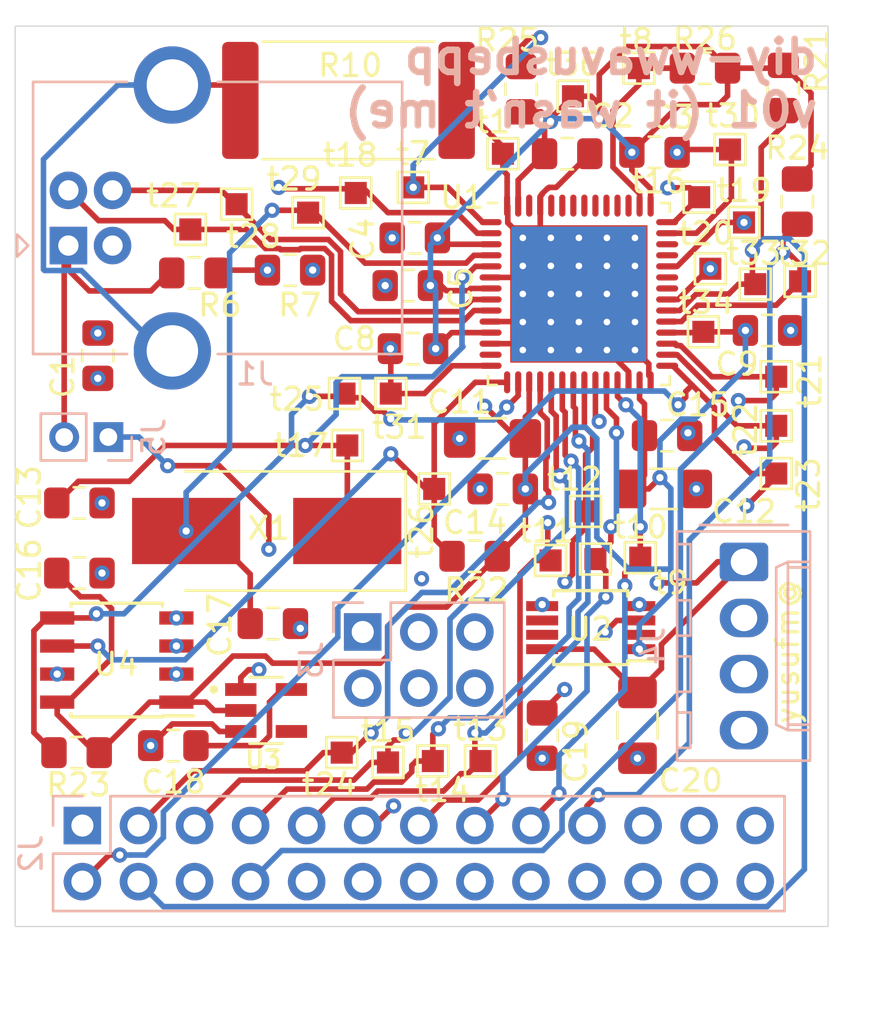
<source format=kicad_pcb>
(kicad_pcb (version 20171130) (host pcbnew 5.1.2-f72e74a~84~ubuntu16.04.1)
  (title_block (title WWAVUSBEPP) (rev v01) (comment 4 "Author: Yusuf Mohsinally"))
  (layers (0 F.Cu jumper) (1 In1.Cu power hide) (2 In2.Cu signal) (31 B.Cu signal) (34 B.Paste user) (35 F.Paste user) (36 B.SilkS user) (37 F.SilkS user) (38 B.Mask user) (39 F.Mask user) (44 Edge.Cuts user))
  (net 0 "")
  (net 1 Earth)
  (net 2 "Net-(C1-Pad2)")
  (net 3 XTALIN)
  (net 4 +3V3)
  (net 5 XTALOUT)
  (net 6 "Net-(J1-Pad5)")
  (net 7 D+)
  (net 8 D-)
  (net 9 "Net-(J1-Pad1)")
  (net 10 25)
  (net 11 23)
  (net 12 17)
  (net 13 15)
  (net 14 13)
  (net 15 11)
  (net 16 9)
  (net 17 8)
  (net 18 7)
  (net 19 6)
  (net 20 5)
  (net 21 3)
  (net 22 2)
  (net 23 1)
  (net 24 SDA)
  (net 25 U3_R)
  (net 26 SCL)
  (net 27 "Net-(J2-Pad4)")
  (net 28 "Net-(J2-Pad21)")
  (net 29 "Net-(J2-Pad19)")
  (net 30 "Net-(C18-Pad1)")
  (net 31 "Net-(C19-Pad2)")
  (net 32 "Net-(C20-Pad1)")
  (net 33 "Net-(J3-Pad6)")
  (net 34 "Net-(J3-Pad5)")
  (net 35 "Net-(J3-Pad4)")
  (net 36 "Net-(J3-Pad3)")
  (net 37 "Net-(J3-Pad2)")
  (net 38 "Net-(J3-Pad1)")
  (net 39 "Net-(J4-Pad3)")
  (net 40 "Net-(J4-Pad4)")
  (net 41 "Net-(R6-Pad1)")
  (net 42 "Net-(R26-Pad1)")
  (net 43 "Net-(U1-Pad13)")
  (net 44 "Net-(U1-Pad36)")
  (net 45 "Net-(U1-Pad37)")
  (net 46 "Net-(U1-Pad39)")
  (net 47 "Net-(U1-Pad40)")
  (net 48 "Net-(U1-Pad45)")
  (net 49 "Net-(U1-Pad46)")
  (net 50 "Net-(U1-Pad47)")
  (net 51 "Net-(U1-Pad48)")
  (net 52 "Net-(U1-Pad49)")
  (net 53 "Net-(U1-Pad50)")
  (net 54 "Net-(U1-Pad51)")
  (net 55 "Net-(U1-Pad52)")
  (net 56 "Net-(U1-Pad54)")
  (net 57 "Net-(U2-Pad6)")
  (net 58 "Net-(U2-Pad7)")
  (net 59 "Net-(U3-Pad4)")
  (module Resistor_SMD:R_4020_10251Metric_Pad1.65x5.30mm_HandSolder (layer F.Cu) (at 73.7765 118.8085 180)
    (fp_text reference R10 (at -0.074 1.5875 180) (layer F.SilkS))
    (fp_text value 1M)
    (pad 1 smd roundrect (at -4.9 0 180) (size 1.65 5.3) (layers F.Cu F.Paste F.Mask) (roundrect_rratio 0.151515) (net 1 Earth))
    (pad 2 smd roundrect (at 4.9 0 180) (size 1.65 5.3) (layers F.Cu F.Paste F.Mask) (roundrect_rratio 0.151515) (net 6 "Net-(J1-Pad5)"))
  )
  (module Connector_PinHeader_2.00mm:PinHeader_1x02_P2.00mm_Vertical (layer B.Cu) (at 62.8965 134.0485 90)
    (fp_text reference J5 (at 0 2.06 90) (layer B.SilkS) (effects (justify mirror)))
    (fp_text value Conn_01x02_Male)
    (pad 1 thru_hole rect (at 0 0 90) (size 1.35 1.35) (drill 0.8) (layers *.Cu *.Mask) (net 32 "Net-(C20-Pad1)"))
    (pad 2 thru_hole oval (at 0 -2 90) (size 1.35 1.35) (drill 0.8) (layers *.Cu *.Mask) (net 9 "Net-(J1-Pad1)"))
  )
  (module TestPoint:TestPoint_Pad_1.0x1.0mm (layer F.Cu) (at 80.772 121.2215)
    (fp_text reference t1 (at -0.4445 -1.448) (layer F.SilkS))
    (fp_text value TestPoint)
    (pad 1 smd rect (at 0 0) (size 1 1) (layers F.Cu F.Mask) (net 1 Earth))
  )
  (module Resistor_SMD:R_0805_2012Metric_Pad1.15x1.40mm_HandSolder (layer F.Cu) (at 61.459 148.336 180)
    (fp_text reference R23 (at -0.0725 -1.4605 180) (layer F.SilkS))
    (fp_text value 2.2k)
    (pad 1 smd roundrect (at -1.025 0 180) (size 1.15 1.4) (layers F.Cu F.Paste F.Mask) (roundrect_rratio 0.217391) (net 4 +3V3))
    (pad 2 smd roundrect (at 1.025 0 180) (size 1.15 1.4) (layers F.Cu F.Paste F.Mask) (roundrect_rratio 0.217391) (net 24 SDA))
  )
  (module Capacitor_SMD:C_0805_2012Metric_Pad1.15x1.40mm_HandSolder (layer F.Cu) (at 62.4205 130.3655 90)
    (fp_text reference C1 (at -0.9525 -1.5875 90) (layer F.SilkS))
    (fp_text value 4.7nF)
    (pad 2 smd roundrect (at 1.025 0 90) (size 1.15 1.4) (layers F.Cu F.Paste F.Mask) (roundrect_rratio 0.217391) (net 2 "Net-(C1-Pad2)"))
    (pad 1 smd roundrect (at -1.025 0 90) (size 1.15 1.4) (layers F.Cu F.Paste F.Mask) (roundrect_rratio 0.217391) (net 1 Earth))
  )
  (module Capacitor_SMD:C_0805_2012Metric_Pad1.15x1.40mm_HandSolder (layer F.Cu) (at 83.684 121.2215 180)
    (fp_text reference C2 (at -2.041 1.7145 180) (layer F.SilkS))
    (fp_text value 100nF)
    (pad 2 smd roundrect (at 1.025 0 180) (size 1.15 1.4) (layers F.Cu F.Paste F.Mask) (roundrect_rratio 0.217391) (net 4 +3V3))
    (pad 1 smd roundrect (at -1.025 0 180) (size 1.15 1.4) (layers F.Cu F.Paste F.Mask) (roundrect_rratio 0.217391) (net 1 Earth))
  )
  (module Capacitor_SMD:C_0805_2012Metric_Pad1.15x1.40mm_HandSolder (layer F.Cu) (at 87.639 121.158 180)
    (fp_text reference C3 (at -0.8165 1.5875 180) (layer F.SilkS))
    (fp_text value 100nF)
    (pad 2 smd roundrect (at 1.025 0 180) (size 1.15 1.4) (layers F.Cu F.Paste F.Mask) (roundrect_rratio 0.217391) (net 4 +3V3))
    (pad 1 smd roundrect (at -1.025 0 180) (size 1.15 1.4) (layers F.Cu F.Paste F.Mask) (roundrect_rratio 0.217391) (net 1 Earth))
  )
  (module Capacitor_SMD:C_0805_2012Metric_Pad1.15x1.40mm_HandSolder (layer F.Cu) (at 76.7805 125.0315 180)
    (fp_text reference C4 (at 2.3585 -0.0635 270) (layer F.SilkS))
    (fp_text value 100nF)
    (pad 2 smd roundrect (at 1.025 0 180) (size 1.15 1.4) (layers F.Cu F.Paste F.Mask) (roundrect_rratio 0.217391) (net 1 Earth))
    (pad 1 smd roundrect (at -1.025 0 180) (size 1.15 1.4) (layers F.Cu F.Paste F.Mask) (roundrect_rratio 0.217391) (net 4 +3V3))
  )
  (module Capacitor_SMD:C_0805_2012Metric_Pad1.15x1.40mm_HandSolder (layer F.Cu) (at 76.463 127.1905 180)
    (fp_text reference C5 (at -2.404 -0.127 270) (layer F.SilkS))
    (fp_text value 100nF)
    (pad 2 smd roundrect (at 1.025 0 180) (size 1.15 1.4) (layers F.Cu F.Paste F.Mask) (roundrect_rratio 0.217391) (net 1 Earth))
    (pad 1 smd roundrect (at -1.025 0 180) (size 1.15 1.4) (layers F.Cu F.Paste F.Mask) (roundrect_rratio 0.217391) (net 4 +3V3))
  )
  (module Capacitor_SMD:C_0805_2012Metric_Pad1.15x1.40mm_HandSolder (layer F.Cu) (at 76.699 130.048)
    (fp_text reference C8 (at -2.658 -0.4445 180) (layer F.SilkS))
    (fp_text value 100nF)
    (pad 2 smd roundrect (at 1.025 0) (size 1.15 1.4) (layers F.Cu F.Paste F.Mask) (roundrect_rratio 0.217391) (net 4 +3V3))
    (pad 1 smd roundrect (at -1.025 0) (size 1.15 1.4) (layers F.Cu F.Paste F.Mask) (roundrect_rratio 0.217391) (net 1 Earth))
  )
  (module Capacitor_SMD:C_0805_2012Metric_Pad1.15x1.40mm_HandSolder (layer F.Cu) (at 92.7825 129.2225 180)
    (fp_text reference C9 (at 1.406 -1.524 180) (layer F.SilkS))
    (fp_text value 100nF)
    (pad 2 smd roundrect (at 1.025 0 180) (size 1.15 1.4) (layers F.Cu F.Paste F.Mask) (roundrect_rratio 0.217391) (net 4 +3V3))
    (pad 1 smd roundrect (at -1.025 0 180) (size 1.15 1.4) (layers F.Cu F.Paste F.Mask) (roundrect_rratio 0.217391) (net 1 Earth))
  )
  (module Capacitor_SMD:C_0805_2012Metric_Pad1.15x1.40mm_HandSolder (layer F.Cu) (at 88.2105 133.985 180)
    (fp_text reference C12 (at -3.4835 -3.429 180) (layer F.SilkS))
    (fp_text value 100nF)
    (pad 2 smd roundrect (at 1.025 0 180) (size 1.15 1.4) (layers F.Cu F.Paste F.Mask) (roundrect_rratio 0.217391) (net 4 +3V3))
    (pad 1 smd roundrect (at -1.025 0 180) (size 1.15 1.4) (layers F.Cu F.Paste F.Mask) (roundrect_rratio 0.217391) (net 1 Earth))
  )
  (module Capacitor_SMD:C_0805_2012Metric_Pad1.15x1.40mm_HandSolder (layer F.Cu) (at 61.586 137.033)
    (fp_text reference C13 (at -2.277 -0.254 90) (layer F.SilkS))
    (fp_text value 12pF)
    (pad 2 smd roundrect (at 1.025 0) (size 1.15 1.4) (layers F.Cu F.Paste F.Mask) (roundrect_rratio 0.217391) (net 1 Earth))
    (pad 1 smd roundrect (at -1.025 0) (size 1.15 1.4) (layers F.Cu F.Paste F.Mask) (roundrect_rratio 0.217391) (net 3 XTALIN))
  )
  (module Capacitor_SMD:C_0805_2012Metric_Pad1.15x1.40mm_HandSolder (layer F.Cu) (at 80.763 136.398)
    (fp_text reference C14 (at -1.261 1.524) (layer F.SilkS))
    (fp_text value 100nF)
    (pad 2 smd roundrect (at 1.025 0) (size 1.15 1.4) (layers F.Cu F.Paste F.Mask) (roundrect_rratio 0.217391) (net 4 +3V3))
    (pad 1 smd roundrect (at -1.025 0) (size 1.15 1.4) (layers F.Cu F.Paste F.Mask) (roundrect_rratio 0.217391) (net 1 Earth))
  )
  (module Capacitor_SMD:C_0805_2012Metric_Pad1.15x1.40mm_HandSolder (layer F.Cu) (at 61.586 140.208 180)
    (fp_text reference C16 (at 2.277 0.127 270) (layer F.SilkS))
    (fp_text value 100nF)
    (pad 2 smd roundrect (at 1.025 0 180) (size 1.15 1.4) (layers F.Cu F.Paste F.Mask) (roundrect_rratio 0.217391) (net 4 +3V3))
    (pad 1 smd roundrect (at -1.025 0 180) (size 1.15 1.4) (layers F.Cu F.Paste F.Mask) (roundrect_rratio 0.217391) (net 1 Earth))
  )
  (module Capacitor_SMD:C_0805_2012Metric_Pad1.15x1.40mm_HandSolder (layer F.Cu) (at 70.349 142.494)
    (fp_text reference C17 (at -2.404 0.0635 90) (layer F.SilkS))
    (fp_text value 12pF)
    (pad 2 smd roundrect (at 1.025 0) (size 1.15 1.4) (layers F.Cu F.Paste F.Mask) (roundrect_rratio 0.217391) (net 1 Earth))
    (pad 1 smd roundrect (at -1.025 0) (size 1.15 1.4) (layers F.Cu F.Paste F.Mask) (roundrect_rratio 0.217391) (net 5 XTALOUT))
  )
  (module Capacitor_SMD:C_0805_2012Metric_Pad1.15x1.40mm_HandSolder (layer F.Cu) (at 65.8405 148.0185 180)
    (fp_text reference C18 (at 0 -1.65 180) (layer F.SilkS))
    (fp_text value 100nF)
    (pad 2 smd roundrect (at 1.025 0 180) (size 1.15 1.4) (layers F.Cu F.Paste F.Mask) (roundrect_rratio 0.217391) (net 1 Earth))
    (pad 1 smd roundrect (at -1.025 0 180) (size 1.15 1.4) (layers F.Cu F.Paste F.Mask) (roundrect_rratio 0.217391) (net 30 "Net-(C18-Pad1)"))
  )
  (module Capacitor_SMD:C_0805_2012Metric_Pad1.15x1.40mm_HandSolder (layer F.Cu) (at 82.55 147.565 90)
    (fp_text reference C19 (at -0.7075 1.524 90) (layer F.SilkS))
    (fp_text value 100nF)
    (pad 2 smd roundrect (at 1.025 0 90) (size 1.15 1.4) (layers F.Cu F.Paste F.Mask) (roundrect_rratio 0.217391) (net 31 "Net-(C19-Pad2)"))
    (pad 1 smd roundrect (at -1.025 0 90) (size 1.15 1.4) (layers F.Cu F.Paste F.Mask) (roundrect_rratio 0.217391) (net 4 +3V3))
  )
  (module Resistor_SMD:R_0805_2012Metric_Pad1.15x1.40mm_HandSolder (layer F.Cu) (at 81.5975 118.3005 90)
    (fp_text reference R25 (at 2.2225 -0.635 180) (layer F.SilkS))
    (fp_text value 10k)
    (pad 2 smd roundrect (at 1.025 0 90) (size 1.15 1.4) (layers F.Cu F.Paste F.Mask) (roundrect_rratio 0.217391) (net 28 "Net-(J2-Pad21)"))
    (pad 1 smd roundrect (at -1.025 0 90) (size 1.15 1.4) (layers F.Cu F.Paste F.Mask) (roundrect_rratio 0.217391) (net 4 +3V3))
  )
  (module Resistor_SMD:R_0805_2012Metric_Pad1.15x1.40mm_HandSolder (layer F.Cu) (at 94.107 123.3895 270)
    (fp_text reference R24 (at -2.422 0) (layer F.SilkS))
    (fp_text value 10k)
    (pad 2 smd roundrect (at 1.025 0 270) (size 1.15 1.4) (layers F.Cu F.Paste F.Mask) (roundrect_rratio 0.217391) (net 29 "Net-(J2-Pad19)"))
    (pad 1 smd roundrect (at -1.025 0 270) (size 1.15 1.4) (layers F.Cu F.Paste F.Mask) (roundrect_rratio 0.217391) (net 4 +3V3))
  )
  (module Resistor_SMD:R_0805_2012Metric_Pad1.15x1.40mm_HandSolder (layer F.Cu) (at 79.493 139.446 180)
    (fp_text reference R22 (at -0.0725 -1.524 180) (layer F.SilkS))
    (fp_text value 2.2k)
    (pad 2 smd roundrect (at 1.025 0 180) (size 1.15 1.4) (layers F.Cu F.Paste F.Mask) (roundrect_rratio 0.217391) (net 26 SCL))
    (pad 1 smd roundrect (at -1.025 0 180) (size 1.15 1.4) (layers F.Cu F.Paste F.Mask) (roundrect_rratio 0.217391) (net 4 +3V3))
  )
  (module Resistor_SMD:R_0805_2012Metric_Pad1.15x1.40mm_HandSolder (layer F.Cu) (at 71.129 126.492 180)
    (fp_text reference R7 (at -0.4355 -1.5875 180) (layer F.SilkS))
    (fp_text value 5.1k)
    (pad 2 smd roundrect (at 1.025 0 180) (size 1.15 1.4) (layers F.Cu F.Paste F.Mask) (roundrect_rratio 0.217391) (net 41 "Net-(R6-Pad1)"))
    (pad 1 smd roundrect (at -1.025 0 180) (size 1.15 1.4) (layers F.Cu F.Paste F.Mask) (roundrect_rratio 0.217391) (net 1 Earth))
  )
  (module Resistor_SMD:R_0805_2012Metric_Pad1.15x1.40mm_HandSolder (layer F.Cu) (at 66.793 126.619 180)
    (fp_text reference R6 (at -1.152 -1.4605 180) (layer F.SilkS))
    (fp_text value 15.1k)
    (pad 2 smd roundrect (at 1.025 0 180) (size 1.15 1.4) (layers F.Cu F.Paste F.Mask) (roundrect_rratio 0.217391) (net 9 "Net-(J1-Pad1)"))
    (pad 1 smd roundrect (at -1.025 0 180) (size 1.15 1.4) (layers F.Cu F.Paste F.Mask) (roundrect_rratio 0.217391) (net 41 "Net-(R6-Pad1)"))
  )
  (module Resistor_SMD:R_0805_2012Metric_Pad1.15x1.40mm_HandSolder (layer F.Cu) (at 93.472 118.246 270)
    (fp_text reference R21 (at -1.2155 -1.524 270) (layer F.SilkS))
    (fp_text value 10k)
    (pad 2 smd roundrect (at 1.025 0 270) (size 1.15 1.4) (layers F.Cu F.Paste F.Mask) (roundrect_rratio 0.217391) (net 27 "Net-(J2-Pad4)"))
    (pad 1 smd roundrect (at -1.025 0 270) (size 1.15 1.4) (layers F.Cu F.Paste F.Mask) (roundrect_rratio 0.217391) (net 4 +3V3))
  )
  (module Resistor_SMD:R_0805_2012Metric_Pad1.15x1.40mm_HandSolder (layer F.Cu) (at 89.925 117.348)
    (fp_text reference R26 (at 0 -1.3335) (layer F.SilkS))
    (fp_text value 10k)
    (pad 2 smd roundrect (at 1.025 0) (size 1.15 1.4) (layers F.Cu F.Paste F.Mask) (roundrect_rratio 0.217391) (net 4 +3V3))
    (pad 1 smd roundrect (at -1.025 0) (size 1.15 1.4) (layers F.Cu F.Paste F.Mask) (roundrect_rratio 0.217391) (net 42 "Net-(R26-Pad1)"))
  )
  (module TestPoint:TestPoint_Pad_1.0x1.0mm (layer F.Cu) (at 86.9315 117.348)
    (fp_text reference t8 (at -0.127 -1.27) (layer F.SilkS))
    (fp_text value TestPoint)
    (pad 1 smd rect (at 0 0) (size 1 1) (layers F.Cu F.Mask) (net 42 "Net-(R26-Pad1)"))
  )
  (module TestPoint:TestPoint_Pad_1.0x1.0mm (layer F.Cu) (at 93.1545 133.5405)
    (fp_text reference t22 (at -1.397 0.1905 90) (layer F.SilkS))
    (fp_text value TestPoint)
    (pad 1 smd rect (at 0 0) (size 1 1) (layers F.Cu F.Mask) (net 23 1))
  )
  (module TestPoint:TestPoint_Pad_1.0x1.0mm (layer F.Cu) (at 82.931 139.6365)
    (fp_text reference t11 (at -0.1905 -1.3335) (layer F.SilkS))
    (fp_text value TestPoint)
    (pad 1 smd rect (at 0 0) (size 1 1) (layers F.Cu F.Mask) (net 14 13))
  )
  (module TestPoint:TestPoint_Pad_1.0x1.0mm (layer F.Cu) (at 84.5185 137.414)
    (fp_text reference t12 (at -0.508 -1.4605) (layer F.SilkS))
    (fp_text value TestPoint)
    (pad 1 smd rect (at 0 0) (size 1 1) (layers F.Cu F.Mask) (net 15 11))
  )
  (module TestPoint:TestPoint_Pad_1.0x1.0mm (layer F.Cu) (at 79.756 148.717)
    (fp_text reference t13 (at 0 -1.448) (layer F.SilkS))
    (fp_text value TestPoint)
    (pad 1 smd rect (at 0 0) (size 1 1) (layers F.Cu F.Mask) (net 16 9))
  )
  (module TestPoint:TestPoint_Pad_1.0x1.0mm (layer F.Cu) (at 77.597 148.717)
    (fp_text reference t14 (at 0.4445 1.3335) (layer F.SilkS))
    (fp_text value TestPoint)
    (pad 1 smd rect (at 0 0) (size 1 1) (layers F.Cu F.Mask) (net 18 7))
  )
  (module TestPoint:TestPoint_Pad_1.0x1.0mm (layer F.Cu) (at 75.565 148.7805)
    (fp_text reference t15 (at 0 -1.448) (layer F.SilkS))
    (fp_text value TestPoint)
    (pad 1 smd rect (at 0 0) (size 1 1) (layers F.Cu F.Mask) (net 20 5))
  )
  (module TestPoint:TestPoint_Pad_1.0x1.0mm (layer F.Cu) (at 89.662 123.19)
    (fp_text reference t16 (at -1.8415 -0.6985) (layer F.SilkS))
    (fp_text value TestPoint)
    (pad 1 smd rect (at 0 0) (size 1 1) (layers F.Cu F.Mask) (net 25 U3_R))
  )
  (module TestPoint:TestPoint_Pad_1.0x1.0mm (layer F.Cu) (at 90.17 126.4285)
    (fp_text reference t20 (at -0.1905 -1.5875) (layer F.SilkS))
    (fp_text value TestPoint)
    (pad 1 smd rect (at 0 0) (size 1 1) (layers F.Cu F.Mask) (net 10 25))
  )
  (module TestPoint:TestPoint_Pad_1.0x1.0mm (layer F.Cu) (at 93.1545 131.318)
    (fp_text reference t21 (at 1.524 0.1905 90) (layer F.SilkS))
    (fp_text value TestPoint)
    (pad 1 smd rect (at 0 0) (size 1 1) (layers F.Cu F.Mask) (net 17 8))
  )
  (module TestPoint:TestPoint_Pad_1.0x1.0mm (layer F.Cu) (at 84.963 139.573)
    (fp_text reference t10 (at 2.032 -1.448) (layer F.SilkS))
    (fp_text value TestPoint)
    (pad 1 smd rect (at 0 0) (size 1 1) (layers F.Cu F.Mask) (net 13 15))
  )
  (module TestPoint:TestPoint_Pad_1.0x1.0mm (layer F.Cu) (at 86.995 139.5095)
    (fp_text reference t9 (at 1.397 1.143) (layer F.SilkS))
    (fp_text value TestPoint)
    (pad 1 smd rect (at 0 0) (size 1 1) (layers F.Cu F.Mask) (net 12 17))
  )
  (module TestPoint:TestPoint_Pad_1.0x1.0mm (layer F.Cu) (at 93.1545 135.6995)
    (fp_text reference t23 (at 1.4605 0.508 90) (layer F.SilkS))
    (fp_text value TestPoint)
    (pad 1 smd rect (at 0 0) (size 1 1) (layers F.Cu F.Mask) (net 22 2))
  )
  (module TestPoint:TestPoint_Pad_1.0x1.0mm (layer F.Cu) (at 73.4695 148.336)
    (fp_text reference t24 (at -0.5715 1.4605) (layer F.SilkS))
    (fp_text value TestPoint)
    (pad 1 smd rect (at 0 0) (size 1 1) (layers F.Cu F.Mask) (net 21 3))
  )
  (module TestPoint:TestPoint_Pad_1.0x1.0mm (layer F.Cu) (at 73.5965 132.08)
    (fp_text reference t25 (at -2.159 0.254) (layer F.SilkS))
    (fp_text value TestPoint)
    (pad 1 smd rect (at 0 0) (size 1 1) (layers F.Cu F.Mask) (net 24 SDA))
  )
  (module TestPoint:TestPoint_Pad_1.0x1.0mm (layer F.Cu) (at 77.6605 136.398)
    (fp_text reference t26 (at -0.5715 1.905 90) (layer F.SilkS))
    (fp_text value TestPoint)
    (pad 1 smd rect (at 0 0) (size 1 1) (layers F.Cu F.Mask) (net 26 SCL))
  )
  (module TestPoint:TestPoint_Pad_1.0x1.0mm (layer F.Cu) (at 66.6115 124.6505)
    (fp_text reference t27 (at -0.762 -1.524) (layer F.SilkS))
    (fp_text value TestPoint)
    (pad 1 smd rect (at 0 0) (size 1 1) (layers F.Cu F.Mask) (net 8 D-))
  )
  (module TestPoint:TestPoint_Pad_1.0x1.0mm (layer F.Cu) (at 68.707 123.5075)
    (fp_text reference t28 (at 0.762 1.4605) (layer F.SilkS))
    (fp_text value TestPoint)
    (pad 1 smd rect (at 0 0) (size 1 1) (layers F.Cu F.Mask) (net 7 D+))
  )
  (module TestPoint:TestPoint_Pad_1.0x1.0mm (layer F.Cu) (at 71.9455 123.8885)
    (fp_text reference t29 (at -0.635 -1.524) (layer F.SilkS))
    (fp_text value TestPoint)
    (pad 1 smd rect (at 0 0) (size 1 1) (layers F.Cu F.Mask) (net 5 XTALOUT))
  )
  (module TestPoint:TestPoint_Pad_1.0x1.0mm (layer F.Cu) (at 76.708 122.7455)
    (fp_text reference t7 (at 0 -1.524) (layer F.SilkS))
    (fp_text value TestPoint)
    (pad 1 smd rect (at 0 0) (size 1 1) (layers F.Cu F.Mask) (net 28 "Net-(J2-Pad21)"))
  )
  (module TestPoint:TestPoint_Pad_1.0x1.0mm (layer F.Cu) (at 94.234 127)
    (fp_text reference t32 (at 0.1905 -1.27) (layer F.SilkS))
    (fp_text value TestPoint)
    (pad 1 smd rect (at 0 0) (size 1 1) (layers F.Cu F.Mask) (net 29 "Net-(J2-Pad19)"))
  )
  (module TestPoint:TestPoint_Pad_1.0x1.0mm (layer F.Cu) (at 92.202 127.127)
    (fp_text reference t33 (at -0.0635 -1.397) (layer F.SilkS))
    (fp_text value TestPoint)
    (pad 1 smd rect (at 0 0) (size 1 1) (layers F.Cu F.Mask) (net 27 "Net-(J2-Pad4)"))
  )
  (module TestPoint:TestPoint_Pad_1.0x1.0mm (layer F.Cu) (at 89.8525 129.286)
    (fp_text reference t34 (at 0.127 -1.3335) (layer F.SilkS))
    (fp_text value TestPoint)
    (pad 1 smd rect (at 0 0) (size 1 1) (layers F.Cu F.Mask) (net 4 +3V3))
  )
  (module TestPoint:TestPoint_Pad_1.0x1.0mm (layer F.Cu) (at 83.947 118.618)
    (fp_text reference t36 (at 0 -1.448) (layer F.SilkS))
    (fp_text value TestPoint)
    (pad 1 smd rect (at 0 0) (size 1 1) (layers F.Cu F.Mask) (net 4 +3V3))
  )
  (module TestPoint:TestPoint_Pad_1.0x1.0mm (layer F.Cu) (at 73.7235 134.4295)
    (fp_text reference t17 (at -2.0955 0) (layer F.SilkS))
    (fp_text value TestPoint)
    (pad 1 smd rect (at 0 0) (size 1 1) (layers F.Cu F.Mask) (net 3 XTALIN))
  )
  (module TestPoint:TestPoint_Pad_1.0x1.0mm (layer F.Cu) (at 74.1045 122.9995)
    (fp_text reference t18 (at -0.254 -1.7145) (layer F.SilkS))
    (fp_text value TestPoint)
    (pad 1 smd rect (at 0 0) (size 1 1) (layers F.Cu F.Mask) (net 11 23))
  )
  (module TestPoint:TestPoint_Pad_1.0x1.0mm (layer F.Cu) (at 91.694 124.333)
    (fp_text reference t19 (at 0 -1.448) (layer F.SilkS))
    (fp_text value TestPoint)
    (pad 1 smd rect (at 0 0) (size 1 1) (layers F.Cu F.Mask) (net 19 6))
  )
  (module TestPoint:TestPoint_Pad_1.0x1.0mm (layer F.Cu) (at 75.692 132.08)
    (fp_text reference t31 (at 0.381 1.524) (layer F.SilkS))
    (fp_text value TestPoint)
    (pad 1 smd rect (at 0 0) (size 1 1) (layers F.Cu F.Mask) (net 1 Earth))
  )
  (module TestPoint:TestPoint_Pad_1.0x1.0mm (layer F.Cu) (at 91.059 121.031)
    (fp_text reference t30 (at 0.127 -1.524) (layer F.SilkS))
    (fp_text value TestPoint)
    (pad 1 smd rect (at 0 0) (size 1 1) (layers F.Cu F.Mask) (net 1 Earth))
  )
  (module Package_DFN_QFN:Cypress_QFN-56-1EP_8x8mm_P0.5mm_EP6.22x6.22mm_ThermalVias (layer F.Cu) (at 84.213 127.571)
    (fp_text reference U1 (at -5.2825 -4.381) (layer F.SilkS))
    (fp_text value CY7C68013-56LFC)
    (pad 57 smd rect (at 0 0) (size 6.1 6.1) (layers B.Cu) (net 1 Earth))
    (pad 57 thru_hole circle (at -2.54 2.54) (size 0.6 0.6) (drill 0.3) (layers *.Cu) (net 1 Earth))
    (pad 57 thru_hole circle (at -1.27 2.54) (size 0.6 0.6) (drill 0.3) (layers *.Cu) (net 1 Earth))
    (pad 57 thru_hole circle (at 0 2.54) (size 0.6 0.6) (drill 0.3) (layers *.Cu) (net 1 Earth))
    (pad 57 thru_hole circle (at 1.27 2.54) (size 0.6 0.6) (drill 0.3) (layers *.Cu) (net 1 Earth))
    (pad 57 thru_hole circle (at 2.54 2.54) (size 0.6 0.6) (drill 0.3) (layers *.Cu) (net 1 Earth))
    (pad 57 thru_hole circle (at 2.54 1.27) (size 0.6 0.6) (drill 0.3) (layers *.Cu) (net 1 Earth))
    (pad 57 thru_hole circle (at 1.27 1.27) (size 0.6 0.6) (drill 0.3) (layers *.Cu) (net 1 Earth))
    (pad 57 thru_hole circle (at 0 1.27) (size 0.6 0.6) (drill 0.3) (layers *.Cu) (net 1 Earth))
    (pad 57 thru_hole circle (at -1.27 1.27) (size 0.6 0.6) (drill 0.3) (layers *.Cu) (net 1 Earth))
    (pad 57 thru_hole circle (at -2.54 1.27) (size 0.6 0.6) (drill 0.3) (layers *.Cu) (net 1 Earth))
    (pad 57 thru_hole circle (at -2.54 -2.54) (size 0.6 0.6) (drill 0.3) (layers *.Cu) (net 1 Earth))
    (pad 57 thru_hole circle (at -1.27 -2.54) (size 0.6 0.6) (drill 0.3) (layers *.Cu) (net 1 Earth))
    (pad 57 thru_hole circle (at 0 -2.54) (size 0.6 0.6) (drill 0.3) (layers *.Cu) (net 1 Earth))
    (pad 57 thru_hole circle (at 1.27 -2.54) (size 0.6 0.6) (drill 0.3) (layers *.Cu) (net 1 Earth))
    (pad 57 thru_hole circle (at 2.54 -2.54) (size 0.6 0.6) (drill 0.3) (layers *.Cu) (net 1 Earth))
    (pad 57 thru_hole circle (at 2.54 -1.27) (size 0.6 0.6) (drill 0.3) (layers *.Cu) (net 1 Earth))
    (pad 57 thru_hole circle (at 1.27 -1.27) (size 0.6 0.6) (drill 0.3) (layers *.Cu) (net 1 Earth))
    (pad 57 thru_hole circle (at 0 -1.27) (size 0.6 0.6) (drill 0.3) (layers *.Cu) (net 1 Earth))
    (pad 57 thru_hole circle (at -1.27 -1.27) (size 0.6 0.6) (drill 0.3) (layers *.Cu) (net 1 Earth))
    (pad 57 thru_hole circle (at -2.54 -1.27) (size 0.6 0.6) (drill 0.3) (layers *.Cu) (net 1 Earth))
    (pad 57 thru_hole circle (at -2.54 0) (size 0.6 0.6) (drill 0.3) (layers *.Cu) (net 1 Earth))
    (pad 57 thru_hole circle (at -1.27 0) (size 0.6 0.6) (drill 0.3) (layers *.Cu) (net 1 Earth))
    (pad 57 thru_hole circle (at 2.54 0) (size 0.6 0.6) (drill 0.3) (layers *.Cu) (net 1 Earth))
    (pad 57 thru_hole circle (at 1.27 0) (size 0.6 0.6) (drill 0.3) (layers *.Cu) (net 1 Earth))
    (pad 57 thru_hole circle (at 0 0) (size 0.6 0.6) (drill 0.3) (layers *.Cu) (net 1 Earth))
    (pad 57 smd rect (at 0 0) (size 6.22 6.22) (layers F.Cu) (net 1 Earth))
    (pad 56 smd oval (at -3.25 -4) (size 0.28 1) (layers F.Cu F.Paste F.Mask) (net 1 Earth))
    (pad 55 smd oval (at -2.75 -4) (size 0.28 1) (layers F.Cu F.Paste F.Mask) (net 4 +3V3))
    (pad 54 smd oval (at -2.25 -4) (size 0.28 1) (layers F.Cu F.Paste F.Mask) (net 56 "Net-(U1-Pad54)"))
    (pad 53 smd oval (at -1.75 -4) (size 0.28 1) (layers F.Cu F.Paste F.Mask) (net 1 Earth))
    (pad 52 smd oval (at -1.25 -4) (size 0.28 1) (layers F.Cu F.Paste F.Mask) (net 55 "Net-(U1-Pad52)"))
    (pad 51 smd oval (at -0.75 -4) (size 0.28 1) (layers F.Cu F.Paste F.Mask) (net 54 "Net-(U1-Pad51)"))
    (pad 50 smd oval (at -0.25 -4) (size 0.28 1) (layers F.Cu F.Paste F.Mask) (net 53 "Net-(U1-Pad50)"))
    (pad 49 smd oval (at 0.25 -4) (size 0.28 1) (layers F.Cu F.Paste F.Mask) (net 52 "Net-(U1-Pad49)"))
    (pad 48 smd oval (at 0.75 -4) (size 0.28 1) (layers F.Cu F.Paste F.Mask) (net 51 "Net-(U1-Pad48)"))
    (pad 47 smd oval (at 1.25 -4) (size 0.28 1) (layers F.Cu F.Paste F.Mask) (net 50 "Net-(U1-Pad47)"))
    (pad 46 smd oval (at 1.75 -4) (size 0.28 1) (layers F.Cu F.Paste F.Mask) (net 49 "Net-(U1-Pad46)"))
    (pad 45 smd oval (at 2.25 -4) (size 0.28 1) (layers F.Cu F.Paste F.Mask) (net 48 "Net-(U1-Pad45)"))
    (pad 44 smd oval (at 2.75 -4) (size 0.28 1) (layers F.Cu F.Paste F.Mask) (net 42 "Net-(R26-Pad1)"))
    (pad 43 smd oval (at 3.25 -4) (size 0.28 1) (layers F.Cu F.Paste F.Mask) (net 4 +3V3))
    (pad 42 smd oval (at 4 -3.25) (size 1 0.28) (layers F.Cu F.Paste F.Mask) (net 25 U3_R))
    (pad 41 smd oval (at 4 -2.75) (size 1 0.28) (layers F.Cu F.Paste F.Mask) (net 1 Earth))
    (pad 40 smd oval (at 4 -2.25) (size 1 0.28) (layers F.Cu F.Paste F.Mask) (net 47 "Net-(U1-Pad40)"))
    (pad 39 smd oval (at 4 -1.75) (size 1 0.28) (layers F.Cu F.Paste F.Mask) (net 46 "Net-(U1-Pad39)"))
    (pad 38 smd oval (at 4 -1.25) (size 1 0.28) (layers F.Cu F.Paste F.Mask) (net 19 6))
    (pad 37 smd oval (at 4 -0.75) (size 1 0.28) (layers F.Cu F.Paste F.Mask) (net 45 "Net-(U1-Pad37)"))
    (pad 36 smd oval (at 4 -0.25) (size 1 0.28) (layers F.Cu F.Paste F.Mask) (net 44 "Net-(U1-Pad36)"))
    (pad 35 smd oval (at 4 0.25) (size 1 0.28) (layers F.Cu F.Paste F.Mask) (net 10 25))
    (pad 34 smd oval (at 4 0.75) (size 1 0.28) (layers F.Cu F.Paste F.Mask) (net 27 "Net-(J2-Pad4)"))
    (pad 33 smd oval (at 4 1.25) (size 1 0.28) (layers F.Cu F.Paste F.Mask) (net 29 "Net-(J2-Pad19)"))
    (pad 32 smd oval (at 4 1.75) (size 1 0.28) (layers F.Cu F.Paste F.Mask) (net 4 +3V3))
    (pad 31 smd oval (at 4 2.25) (size 1 0.28) (layers F.Cu F.Paste F.Mask) (net 17 8))
    (pad 30 smd oval (at 4 2.75) (size 1 0.28) (layers F.Cu F.Paste F.Mask) (net 23 1))
    (pad 29 smd oval (at 4 3.25) (size 1 0.28) (layers F.Cu F.Paste F.Mask) (net 22 2))
    (pad 28 smd oval (at 3.25 4) (size 0.28 1) (layers F.Cu F.Paste F.Mask) (net 1 Earth))
    (pad 27 smd oval (at 2.75 4) (size 0.28 1) (layers F.Cu F.Paste F.Mask) (net 4 +3V3))
    (pad 26 smd oval (at 2.25 4) (size 0.28 1) (layers F.Cu F.Paste F.Mask) (net 1 Earth))
    (pad 25 smd oval (at 1.75 4) (size 0.28 1) (layers F.Cu F.Paste F.Mask) (net 12 17))
    (pad 24 smd oval (at 1.25 4) (size 0.28 1) (layers F.Cu F.Paste F.Mask) (net 13 15))
    (pad 23 smd oval (at 0.75 4) (size 0.28 1) (layers F.Cu F.Paste F.Mask) (net 14 13))
    (pad 22 smd oval (at 0.25 4) (size 0.28 1) (layers F.Cu F.Paste F.Mask) (net 15 11))
    (pad 21 smd oval (at -0.25 4) (size 0.28 1) (layers F.Cu F.Paste F.Mask) (net 16 9))
    (pad 20 smd oval (at -0.75 4) (size 0.28 1) (layers F.Cu F.Paste F.Mask) (net 18 7))
    (pad 19 smd oval (at -1.25 4) (size 0.28 1) (layers F.Cu F.Paste F.Mask) (net 20 5))
    (pad 18 smd oval (at -1.75 4) (size 0.28 1) (layers F.Cu F.Paste F.Mask) (net 21 3))
    (pad 17 smd oval (at -2.25 4) (size 0.28 1) (layers F.Cu F.Paste F.Mask) (net 4 +3V3))
    (pad 16 smd oval (at -2.75 4) (size 0.28 1) (layers F.Cu F.Paste F.Mask) (net 24 SDA))
    (pad 15 smd oval (at -3.25 4) (size 0.28 1) (layers F.Cu F.Paste F.Mask) (net 26 SCL))
    (pad 14 smd oval (at -4 3.25) (size 1 0.28) (layers F.Cu F.Paste F.Mask) (net 1 Earth))
    (pad 13 smd oval (at -4 2.75) (size 1 0.28) (layers F.Cu F.Paste F.Mask) (net 43 "Net-(U1-Pad13)"))
    (pad 12 smd oval (at -4 2.25) (size 1 0.28) (layers F.Cu F.Paste F.Mask) (net 1 Earth))
    (pad 11 smd oval (at -4 1.75) (size 1 0.28) (layers F.Cu F.Paste F.Mask) (net 4 +3V3))
    (pad 10 smd oval (at -4 1.25) (size 1 0.28) (layers F.Cu F.Paste F.Mask) (net 1 Earth))
    (pad 9 smd oval (at -4 0.75) (size 1 0.28) (layers F.Cu F.Paste F.Mask) (net 8 D-))
    (pad 8 smd oval (at -4 0.25) (size 1 0.28) (layers F.Cu F.Paste F.Mask) (net 7 D+))
    (pad 7 smd oval (at -4 -0.25) (size 1 0.28) (layers F.Cu F.Paste F.Mask) (net 4 +3V3))
    (pad 6 smd oval (at -4 -0.75) (size 1 0.28) (layers F.Cu F.Paste F.Mask) (net 1 Earth))
    (pad 5 smd oval (at -4 -1.25) (size 1 0.28) (layers F.Cu F.Paste F.Mask) (net 3 XTALIN))
    (pad 4 smd oval (at -4 -1.75) (size 1 0.28) (layers F.Cu F.Paste F.Mask) (net 5 XTALOUT))
    (pad 3 smd oval (at -4 -2.25) (size 1 0.28) (layers F.Cu F.Paste F.Mask) (net 4 +3V3))
    (pad 2 smd oval (at -4 -2.75) (size 1 0.28) (layers F.Cu F.Paste F.Mask) (net 11 23))
    (pad 1 smd oval (at -4 -3.25) (size 1 0.28) (layers F.Cu F.Paste F.Mask) (net 28 "Net-(J2-Pad21)"))
  )
  (module SOP95P275X110-5N:SOP95P275X110-5N (layer F.Cu) (at 70.0425 146.4285)
    (fp_text reference U3 (at -0.129 2.225) (layer F.SilkS) (effects (font (size 0.801362 0.801362) (thickness 0.1516))))
    (fp_text value NCP302LSN45T1G hide)
    (pad 5 smd rect (at 1.145 -0.95) (size 1.42 0.58) (layers F.Cu F.Paste F.Mask) (net 30 "Net-(C18-Pad1)"))
    (pad 4 smd rect (at 1.145 0.95) (size 1.42 0.58) (layers F.Cu F.Paste F.Mask) (net 59 "Net-(U3-Pad4)"))
    (pad 3 smd rect (at -1.145 0.95) (size 1.42 0.58) (layers F.Cu F.Paste F.Mask) (net 1 Earth))
    (pad 2 smd rect (at -1.145 0) (size 1.42 0.58) (layers F.Cu F.Paste F.Mask) (net 4 +3V3))
    (pad 1 smd rect (at -1.145 -0.95) (size 1.42 0.58) (layers F.Cu F.Paste F.Mask) (net 25 U3_R))
  )
  (module Connector_PinHeader_2.54mm:PinHeader_2x03_P2.54mm_Vertical (layer B.Cu) (at 74.422 142.875 270)
    (fp_text reference J3 (at 1.27 2.33 270) (layer B.SilkS) (effects (justify mirror)))
    (fp_text value Conn_01x06_Female)
    (pad 6 thru_hole oval (at 2.54 -5.08 270) (size 1.7 1.7) (drill 1) (layers *.Cu *.Mask) (net 33 "Net-(J3-Pad6)"))
    (pad 5 thru_hole oval (at 0 -5.08 270) (size 1.7 1.7) (drill 1) (layers *.Cu *.Mask) (net 34 "Net-(J3-Pad5)"))
    (pad 4 thru_hole oval (at 2.54 -2.54 270) (size 1.7 1.7) (drill 1) (layers *.Cu *.Mask) (net 35 "Net-(J3-Pad4)"))
    (pad 3 thru_hole oval (at 0 -2.54 270) (size 1.7 1.7) (drill 1) (layers *.Cu *.Mask) (net 36 "Net-(J3-Pad3)"))
    (pad 2 thru_hole oval (at 2.54 0 270) (size 1.7 1.7) (drill 1) (layers *.Cu *.Mask) (net 37 "Net-(J3-Pad2)"))
    (pad 1 thru_hole rect (at 0 0 270) (size 1.7 1.7) (drill 1) (layers *.Cu *.Mask) (net 38 "Net-(J3-Pad1)"))
  )
  (module Capacitor_SMD:C_1206_3216Metric_Pad1.42x1.75mm_HandSolder (layer F.Cu) (at 80.3005 134.112 180)
    (fp_text reference C11 (at 1.497 1.651 180) (layer F.SilkS))
    (fp_text value 2.2uF)
    (pad 2 smd roundrect (at 1.4875 0 180) (size 1.425 1.75) (layers F.Cu F.Paste F.Mask) (roundrect_rratio 0.175439) (net 1 Earth))
    (pad 1 smd roundrect (at -1.4875 0 180) (size 1.425 1.75) (layers F.Cu F.Paste F.Mask) (roundrect_rratio 0.175439) (net 4 +3V3))
  )
  (module Capacitor_SMD:C_1206_3216Metric_Pad1.42x1.75mm_HandSolder (layer F.Cu) (at 88.0475 136.398)
    (fp_text reference C15 (at 1.551 -3.81) (layer F.SilkS))
    (fp_text value 10uF)
    (pad 2 smd roundrect (at 1.4875 0) (size 1.425 1.75) (layers F.Cu F.Paste F.Mask) (roundrect_rratio 0.175439) (net 1 Earth))
    (pad 1 smd roundrect (at -1.4875 0) (size 1.425 1.75) (layers F.Cu F.Paste F.Mask) (roundrect_rratio 0.175439) (net 4 +3V3))
  )
  (module Capacitor_SMD:C_1206_3216Metric_Pad1.42x1.75mm_HandSolder (layer F.Cu) (at 86.868 147.1025 270)
    (fp_text reference C20 (at 2.5035 -2.413) (layer F.SilkS))
    (fp_text value 10uF)
    (pad 2 smd roundrect (at 1.4875 0 270) (size 1.425 1.75) (layers F.Cu F.Paste F.Mask) (roundrect_rratio 0.175439) (net 1 Earth))
    (pad 1 smd roundrect (at -1.4875 0 270) (size 1.425 1.75) (layers F.Cu F.Paste F.Mask) (roundrect_rratio 0.175439) (net 32 "Net-(C20-Pad1)"))
  )
  (module Connector_USB:USB_B_OST_USB-B1HSxx_Horizontal (layer B.Cu) (at 61.087 125.38)
    (fp_text reference J1 (at 8.4455 5.811) (layer B.SilkS) (effects (justify mirror)))
    (fp_text value USB_B)
    (pad 5 thru_hole circle (at 4.71 -7.27) (size 3.5 3.5) (drill 2.33) (layers *.Cu *.Mask) (net 6 "Net-(J1-Pad5)"))
    (pad 5 thru_hole circle (at 4.71 4.77) (size 3.5 3.5) (drill 2.33) (layers *.Cu *.Mask) (net 6 "Net-(J1-Pad5)"))
    (pad 4 thru_hole circle (at 2 0) (size 1.7 1.7) (drill 0.92) (layers *.Cu *.Mask) (net 2 "Net-(C1-Pad2)"))
    (pad 3 thru_hole circle (at 2 -2.5) (size 1.7 1.7) (drill 0.92) (layers *.Cu *.Mask) (net 7 D+))
    (pad 2 thru_hole circle (at 0 -2.5) (size 1.7 1.7) (drill 0.92) (layers *.Cu *.Mask) (net 8 D-))
    (pad 1 thru_hole rect (at 0 0) (size 1.7 1.7) (drill 0.92) (layers *.Cu *.Mask) (net 9 "Net-(J1-Pad1)"))
  )
  (module Connector_PinHeader_2.54mm:PinHeader_2x13_P2.54mm_Vertical (layer B.Cu) (at 61.722 151.638 270)
    (fp_text reference J2 (at 1.27 2.33 270) (layer B.SilkS) (effects (justify mirror)))
    (fp_text value Conn_01x26_Female)
    (pad 26 thru_hole oval (at 2.54 -30.48 270) (size 1.7 1.7) (drill 1) (layers *.Cu *.Mask) (net 1 Earth))
    (pad 25 thru_hole oval (at 0 -30.48 270) (size 1.7 1.7) (drill 1) (layers *.Cu *.Mask) (net 10 25))
    (pad 24 thru_hole oval (at 2.54 -27.94 270) (size 1.7 1.7) (drill 1) (layers *.Cu *.Mask) (net 1 Earth))
    (pad 23 thru_hole oval (at 0 -27.94 270) (size 1.7 1.7) (drill 1) (layers *.Cu *.Mask) (net 11 23))
    (pad 22 thru_hole oval (at 2.54 -25.4 270) (size 1.7 1.7) (drill 1) (layers *.Cu *.Mask) (net 1 Earth))
    (pad 21 thru_hole oval (at 0 -25.4 270) (size 1.7 1.7) (drill 1) (layers *.Cu *.Mask) (net 28 "Net-(J2-Pad21)"))
    (pad 20 thru_hole oval (at 2.54 -22.86 270) (size 1.7 1.7) (drill 1) (layers *.Cu *.Mask) (net 1 Earth))
    (pad 19 thru_hole oval (at 0 -22.86 270) (size 1.7 1.7) (drill 1) (layers *.Cu *.Mask) (net 29 "Net-(J2-Pad19)"))
    (pad 18 thru_hole oval (at 2.54 -20.32 270) (size 1.7 1.7) (drill 1) (layers *.Cu *.Mask) (net 1 Earth))
    (pad 17 thru_hole oval (at 0 -20.32 270) (size 1.7 1.7) (drill 1) (layers *.Cu *.Mask) (net 12 17))
    (pad 16 thru_hole oval (at 2.54 -17.78 270) (size 1.7 1.7) (drill 1) (layers *.Cu *.Mask) (net 1 Earth))
    (pad 15 thru_hole oval (at 0 -17.78 270) (size 1.7 1.7) (drill 1) (layers *.Cu *.Mask) (net 13 15))
    (pad 14 thru_hole oval (at 2.54 -15.24 270) (size 1.7 1.7) (drill 1) (layers *.Cu *.Mask) (net 1 Earth))
    (pad 13 thru_hole oval (at 0 -15.24 270) (size 1.7 1.7) (drill 1) (layers *.Cu *.Mask) (net 14 13))
    (pad 12 thru_hole oval (at 2.54 -12.7 270) (size 1.7 1.7) (drill 1) (layers *.Cu *.Mask) (net 1 Earth))
    (pad 11 thru_hole oval (at 0 -12.7 270) (size 1.7 1.7) (drill 1) (layers *.Cu *.Mask) (net 15 11))
    (pad 10 thru_hole oval (at 2.54 -10.16 270) (size 1.7 1.7) (drill 1) (layers *.Cu *.Mask) (net 1 Earth))
    (pad 9 thru_hole oval (at 0 -10.16 270) (size 1.7 1.7) (drill 1) (layers *.Cu *.Mask) (net 16 9))
    (pad 8 thru_hole oval (at 2.54 -7.62 270) (size 1.7 1.7) (drill 1) (layers *.Cu *.Mask) (net 17 8))
    (pad 7 thru_hole oval (at 0 -7.62 270) (size 1.7 1.7) (drill 1) (layers *.Cu *.Mask) (net 18 7))
    (pad 6 thru_hole oval (at 2.54 -5.08 270) (size 1.7 1.7) (drill 1) (layers *.Cu *.Mask) (net 19 6))
    (pad 5 thru_hole oval (at 0 -5.08 270) (size 1.7 1.7) (drill 1) (layers *.Cu *.Mask) (net 20 5))
    (pad 4 thru_hole oval (at 2.54 -2.54 270) (size 1.7 1.7) (drill 1) (layers *.Cu *.Mask) (net 27 "Net-(J2-Pad4)"))
    (pad 3 thru_hole oval (at 0 -2.54 270) (size 1.7 1.7) (drill 1) (layers *.Cu *.Mask) (net 21 3))
    (pad 2 thru_hole oval (at 2.54 0 270) (size 1.7 1.7) (drill 1) (layers *.Cu *.Mask) (net 22 2))
    (pad 1 thru_hole rect (at 0 0 270) (size 1.7 1.7) (drill 1) (layers *.Cu *.Mask) (net 23 1))
  )
  (module Connector_Molex:Molex_KK-254_AE-6410-04A_1x04_P2.54mm_Vertical (layer B.Cu) (at 91.694 139.7 270)
    (fp_text reference J4 (at 3.81 4.12 270) (layer B.SilkS) (effects (justify mirror)))
    (fp_text value Conn_01x04_Male)
    (pad 4 thru_hole oval (at 7.62 0 270) (size 1.74 2.2) (drill 1.2) (layers *.Cu *.Mask) (net 40 "Net-(J4-Pad4)"))
    (pad 3 thru_hole oval (at 5.08 0 270) (size 1.74 2.2) (drill 1.2) (layers *.Cu *.Mask) (net 39 "Net-(J4-Pad3)"))
    (pad 2 thru_hole oval (at 2.54 0 270) (size 1.74 2.2) (drill 1.2) (layers *.Cu *.Mask) (net 1 Earth))
    (pad 1 thru_hole roundrect (at 0 0 270) (size 1.74 2.2) (drill 1.2) (layers *.Cu *.Mask) (roundrect_rratio 0.143678) (net 32 "Net-(C20-Pad1)"))
  )
  (module Package_SO:MSOP-8_3x3mm_P0.65mm (layer F.Cu) (at 84.75 142.677 180)
    (fp_text reference U2 (at 0.041 -0.071 180) (layer F.SilkS))
    (fp_text value LT1762-3.3)
    (pad 8 smd rect (at 2.2 -0.975 180) (size 1.45 0.45) (layers F.Cu F.Paste F.Mask) (net 32 "Net-(C20-Pad1)"))
    (pad 7 smd rect (at 2.2 -0.325 180) (size 1.45 0.45) (layers F.Cu F.Paste F.Mask) (net 58 "Net-(U2-Pad7)"))
    (pad 6 smd rect (at 2.2 0.325 180) (size 1.45 0.45) (layers F.Cu F.Paste F.Mask) (net 57 "Net-(U2-Pad6)"))
    (pad 5 smd rect (at 2.2 0.975 180) (size 1.45 0.45) (layers F.Cu F.Paste F.Mask) (net 41 "Net-(R6-Pad1)"))
    (pad 4 smd rect (at -2.2 0.975 180) (size 1.45 0.45) (layers F.Cu F.Paste F.Mask) (net 1 Earth))
    (pad 3 smd rect (at -2.2 0.325 180) (size 1.45 0.45) (layers F.Cu F.Paste F.Mask) (net 31 "Net-(C19-Pad2)"))
    (pad 2 smd rect (at -2.2 -0.325 180) (size 1.45 0.45) (layers F.Cu F.Paste F.Mask) (net 4 +3V3))
    (pad 1 smd rect (at -2.2 -0.975 180) (size 1.45 0.45) (layers F.Cu F.Paste F.Mask) (net 4 +3V3))
  )
  (module Package_SO:SOIC-8_3.9x4.9mm_P1.27mm (layer F.Cu) (at 63.279 144.145 180)
    (fp_text reference U4 (at 0.033 -0.1905 180) (layer F.SilkS))
    (fp_text value FM24C64B)
    (pad 8 smd rect (at 2.7 -1.905 180) (size 1.55 0.6) (layers F.Cu F.Paste F.Mask) (net 4 +3V3))
    (pad 7 smd rect (at 2.7 -0.635 180) (size 1.55 0.6) (layers F.Cu F.Paste F.Mask) (net 1 Earth))
    (pad 6 smd rect (at 2.7 0.635 180) (size 1.55 0.6) (layers F.Cu F.Paste F.Mask) (net 26 SCL))
    (pad 5 smd rect (at 2.7 1.905 180) (size 1.55 0.6) (layers F.Cu F.Paste F.Mask) (net 24 SDA))
    (pad 4 smd rect (at -2.7 1.905 180) (size 1.55 0.6) (layers F.Cu F.Paste F.Mask) (net 1 Earth))
    (pad 3 smd rect (at -2.7 0.635 180) (size 1.55 0.6) (layers F.Cu F.Paste F.Mask) (net 1 Earth))
    (pad 2 smd rect (at -2.7 -0.635 180) (size 1.55 0.6) (layers F.Cu F.Paste F.Mask) (net 1 Earth))
    (pad 1 smd rect (at -2.7 -1.905 180) (size 1.55 0.6) (layers F.Cu F.Paste F.Mask) (net 4 +3V3))
  )
  (module Crystal:Crystal_SMD_7050-2Pin_7.0x5.0mm_HandSoldering (layer F.Cu) (at 70.071 138.303 180)
    (fp_text reference X1 (at -0.0965 0.127 180) (layer F.SilkS))
    (fp_text value 24Mhz)
    (pad 2 smd rect (at 3.65 0 180) (size 4.9 3) (layers F.Cu F.Paste F.Mask) (net 5 XTALOUT))
    (pad 1 smd rect (at -3.65 0 180) (size 4.9 3) (layers F.Cu F.Paste F.Mask) (net 3 XTALIN))
  )
  (gr_text yusufm@ (at 93.6625 143.764 90) (layer F.SilkS) (effects (font (size 0.992 0.992) (thickness 0.1476))))
  (gr_text "diy-wwavusbepp\nv01 (it wasn't me)" (at 95.1865 118.0465) (layer B.SilkS) (effects (font (size 1.5 1.5) (thickness 0.3)) (justify left mirror)))
  (gr_line (start 95.504 156.21) (end 58.674 156.21) (layer Edge.Cuts) (width 0.05))
  (gr_line (start 95.504 115.443) (end 95.504 156.21) (layer Edge.Cuts) (width 0.05))
  (gr_line (start 58.674 115.443) (end 95.504 115.443) (layer Edge.Cuts) (width 0.05))
  (gr_line (start 58.674 156.21) (end 58.674 115.443) (layer Edge.Cuts) (width 0.05))
  (via (at 86.95 141.631698) (size 0.6858) (drill 0.3302) (layers F.Cu B.Cu) (net 1))
  (segment (start 86.95 141.702) (end 86.95 141.631698) (width 0.254) (layer F.Cu) (net 1))
  (via (at 89.535 136.398) (size 0.6858) (drill 0.3302) (layers F.Cu B.Cu) (net 1))
  (via (at 89.154 133.858) (size 0.6858) (drill 0.3302) (layers F.Cu B.Cu) (net 1))
  (via (at 65.979 142.24) (size 0.6858) (drill 0.3302) (layers F.Cu B.Cu) (net 1))
  (via (at 65.979 143.51) (size 0.6858) (drill 0.3302) (layers F.Cu B.Cu) (net 1))
  (via (at 60.579 144.78) (size 0.6858) (drill 0.3302) (layers F.Cu B.Cu) (net 1))
  (via (at 62.611 140.208) (size 0.6858) (drill 0.3302) (layers F.Cu B.Cu) (net 1))
  (via (at 62.611 137.033) (size 0.6858) (drill 0.3302) (layers F.Cu B.Cu) (net 1))
  (via (at 72.154 126.492) (size 0.6858) (drill 0.3302) (layers F.Cu B.Cu) (net 1))
  (via (at 75.674 130.048) (size 0.6858) (drill 0.3302) (layers F.Cu B.Cu) (net 1))
  (via (at 88.664 121.158) (size 0.6858) (drill 0.3302) (layers F.Cu B.Cu) (net 1))
  (segment (start 76.446 132.08) (end 75.692 132.08) (width 0.254) (layer F.Cu) (net 1))
  (segment (start 77.2157 132.08) (end 76.446 132.08) (width 0.254) (layer F.Cu) (net 1))
  (segment (start 78.4747 130.821) (end 77.2157 132.08) (width 0.254) (layer F.Cu) (net 1))
  (segment (start 80.213 130.821) (end 78.4747 130.821) (width 0.254) (layer F.Cu) (net 1))
  (segment (start 75.692 130.066) (end 75.674 130.048) (width 0.254) (layer F.Cu) (net 1))
  (segment (start 75.692 132.08) (end 75.692 130.066) (width 0.254) (layer F.Cu) (net 1))
  (segment (start 83.463 126.821) (end 84.213 127.571) (width 0.254) (layer F.Cu) (net 1))
  (segment (start 80.213 126.821) (end 83.463 126.821) (width 0.254) (layer F.Cu) (net 1))
  (segment (start 86.463 131.091) (end 85.483 130.111) (width 0.254) (layer F.Cu) (net 1))
  (segment (start 86.463 131.571) (end 86.463 131.091) (width 0.254) (layer F.Cu) (net 1))
  (segment (start 87.38241 130.74041) (end 84.213 127.571) (width 0.254) (layer F.Cu) (net 1))
  (segment (start 87.38241 131.26091) (end 87.38241 130.74041) (width 0.254) (layer F.Cu) (net 1))
  (segment (start 87.463 131.3415) (end 87.38241 131.26091) (width 0.254) (layer F.Cu) (net 1))
  (segment (start 87.463 131.571) (end 87.463 131.3415) (width 0.254) (layer F.Cu) (net 1))
  (via (at 78.813 134.112) (size 0.6858) (drill 0.3302) (layers F.Cu B.Cu) (net 1))
  (via (at 65.979001 144.780001) (size 0.6858) (drill 0.3302) (layers F.Cu B.Cu) (net 1))
  (via (at 86.868002 148.59) (size 0.6858) (drill 0.3302) (layers F.Cu B.Cu) (net 1))
  (via (at 71.59179 142.71179) (size 0.6858) (drill 0.3302) (layers F.Cu B.Cu) (net 1))
  (via (at 79.738001 136.398001) (size 0.6858) (drill 0.3302) (layers F.Cu B.Cu) (net 1))
  (segment (start 82.463 124.551) (end 82.943 125.031) (width 0.254) (layer F.Cu) (net 1))
  (segment (start 82.463 123.571) (end 82.463 124.551) (width 0.254) (layer F.Cu) (net 1))
  (segment (start 82.963 128.821) (end 84.213 127.571) (width 0.254) (layer F.Cu) (net 1))
  (segment (start 80.213 128.821) (end 82.963 128.821) (width 0.254) (layer F.Cu) (net 1))
  (segment (start 81.383 129.821) (end 81.673 130.111) (width 0.254) (layer F.Cu) (net 1))
  (segment (start 80.213 129.821) (end 81.383 129.821) (width 0.254) (layer F.Cu) (net 1))
  (segment (start 91.1225 121.031) (end 88.791 121.031) (width 0.254) (layer F.Cu) (net 1))
  (segment (start 91.1225 123.232422) (end 91.1225 121.031) (width 0.254) (layer F.Cu) (net 1))
  (segment (start 88.791 121.031) (end 88.664 121.158) (width 0.254) (layer F.Cu) (net 1))
  (segment (start 88.213 124.821) (end 89.533922 124.821) (width 0.254) (layer F.Cu) (net 1))
  (segment (start 89.533922 124.821) (end 91.1225 123.232422) (width 0.254) (layer F.Cu) (net 1))
  (via (at 93.807502 129.2225) (size 0.6858) (drill 0.3302) (layers F.Cu B.Cu) (net 1))
  (segment (start 65.794896 147.03909) (end 65.158385 147.675601) (width 0.254) (layer F.Cu) (net 1))
  (segment (start 65.158385 147.675601) (end 64.815486 148.0185) (width 0.254) (layer F.Cu) (net 1))
  (segment (start 67.9335 147.3785) (end 67.59409 147.03909) (width 0.254) (layer F.Cu) (net 1))
  (segment (start 67.59409 147.03909) (end 65.794896 147.03909) (width 0.254) (layer F.Cu) (net 1))
  (segment (start 68.8975 147.3785) (end 67.9335 147.3785) (width 0.254) (layer F.Cu) (net 1))
  (via (at 64.815486 148.0185) (size 0.6858) (drill 0.3302) (layers F.Cu B.Cu) (net 1))
  (segment (start 80.963 123.571) (end 80.963 122.492) (width 0.254) (layer F.Cu) (net 1))
  (segment (start 80.99241 124.35041) (end 81.373001 124.731001) (width 0.254) (layer F.Cu) (net 1))
  (segment (start 81.373001 124.731001) (end 81.673 125.031) (width 0.254) (layer F.Cu) (net 1))
  (segment (start 80.99241 123.60041) (end 80.99241 124.35041) (width 0.254) (layer F.Cu) (net 1))
  (segment (start 80.963 123.571) (end 80.99241 123.60041) (width 0.254) (layer F.Cu) (net 1))
  (segment (start 80.772 120.904) (end 80.772 121.2215) (width 0.254) (layer F.Cu) (net 1))
  (segment (start 78.6765 118.8085) (end 80.772 120.904) (width 0.254) (layer F.Cu) (net 1))
  (segment (start 80.963 122.1665) (end 80.963 122.492) (width 0.254) (layer F.Cu) (net 1))
  (segment (start 80.772 121.9755) (end 80.963 122.1665) (width 0.254) (layer F.Cu) (net 1))
  (segment (start 80.772 121.2215) (end 80.772 121.9755) (width 0.254) (layer F.Cu) (net 1))
  (via (at 75.438 127.190498) (size 0.6858) (drill 0.3302) (layers F.Cu B.Cu) (net 1))
  (via (at 75.7555 125.031502) (size 0.6858) (drill 0.3302) (layers F.Cu B.Cu) (net 1))
  (segment (start 83.185 122.7455) (end 84.709 121.2215) (width 0.254) (layer F.Cu) (net 1))
  (segment (start 82.8675 122.7455) (end 83.185 122.7455) (width 0.254) (layer F.Cu) (net 1))
  (segment (start 82.463 123.15) (end 82.54359 123.06941) (width 0.254) (layer F.Cu) (net 1))
  (segment (start 82.463 123.571) (end 82.463 123.15) (width 0.254) (layer F.Cu) (net 1))
  (segment (start 82.54359 123.06941) (end 82.54359 123.037275) (width 0.254) (layer F.Cu) (net 1))
  (segment (start 82.54359 123.037275) (end 82.789275 122.79159) (width 0.254) (layer F.Cu) (net 1))
  (segment (start 82.789275 122.79159) (end 82.82141 122.79159) (width 0.254) (layer F.Cu) (net 1))
  (segment (start 82.82141 122.79159) (end 82.8675 122.7455) (width 0.254) (layer F.Cu) (net 1))
  (via (at 62.4205 131.3905) (size 0.6858) (drill 0.3302) (layers F.Cu B.Cu) (net 1))
  (via (at 62.4205 129.3405) (size 0.6858) (drill 0.3302) (layers F.Cu B.Cu) (net 2))
  (segment (start 73.7235 138.3005) (end 73.721 138.303) (width 0.254) (layer F.Cu) (net 3))
  (segment (start 73.7235 134.4295) (end 73.7235 138.3005) (width 0.254) (layer F.Cu) (net 3))
  (segment (start 73.7235 134.4295) (end 71.8185 134.4295) (width 0.254) (layer F.Cu) (net 3))
  (segment (start 77.597 131.318) (end 78.9305 129.9845) (width 0.254) (layer B.Cu) (net 3))
  (segment (start 73.482994 131.318) (end 77.597 131.318) (width 0.254) (layer B.Cu) (net 3))
  (segment (start 71.8185 134.4295) (end 73.2155 133.0325) (width 0.254) (layer B.Cu) (net 3))
  (via (at 71.8185 134.4295) (size 0.6858) (drill 0.3302) (layers F.Cu B.Cu) (net 3))
  (segment (start 73.2155 131.585494) (end 73.482994 131.318) (width 0.254) (layer B.Cu) (net 3))
  (segment (start 73.2155 133.0325) (end 73.2155 131.585494) (width 0.254) (layer B.Cu) (net 3))
  (segment (start 61.54041 136.05359) (end 63.84441 136.05359) (width 0.254) (layer F.Cu) (net 3))
  (segment (start 60.561 137.033) (end 61.54041 136.05359) (width 0.254) (layer F.Cu) (net 3))
  (segment (start 65.4685 134.4295) (end 71.8185 134.4295) (width 0.254) (layer F.Cu) (net 3))
  (segment (start 63.84441 136.05359) (end 65.4685 134.4295) (width 0.254) (layer F.Cu) (net 3))
  (segment (start 79.533751 126.321) (end 79.057941 126.79681) (width 0.254) (layer F.Cu) (net 3))
  (segment (start 78.918557 127.281743) (end 78.918557 126.79681) (width 0.254) (layer B.Cu) (net 3))
  (segment (start 78.918557 129.909057) (end 78.918557 127.281743) (width 0.254) (layer B.Cu) (net 3))
  (segment (start 78.964081 129.954581) (end 78.918557 129.909057) (width 0.254) (layer B.Cu) (net 3))
  (via (at 78.918557 126.79681) (size 0.6858) (drill 0.3302) (layers F.Cu B.Cu) (net 3))
  (segment (start 80.213 126.321) (end 79.533751 126.321) (width 0.254) (layer F.Cu) (net 3))
  (segment (start 79.057941 126.79681) (end 78.918557 126.79681) (width 0.254) (layer F.Cu) (net 3))
  (segment (start 78.451 129.321) (end 80.213 129.321) (width 0.254) (layer F.Cu) (net 4))
  (segment (start 77.724 130.048) (end 78.451 129.321) (width 0.254) (layer F.Cu) (net 4))
  (segment (start 81.963 132.325) (end 81.963 131.571) (width 0.254) (layer F.Cu) (net 4))
  (segment (start 81.963 132.962) (end 81.963 132.325) (width 0.254) (layer F.Cu) (net 4))
  (segment (start 81.788 133.137) (end 81.963 132.962) (width 0.254) (layer F.Cu) (net 4))
  (segment (start 81.788 134.112) (end 81.788 133.137) (width 0.254) (layer F.Cu) (net 4))
  (segment (start 81.788 136.398) (end 81.788 134.112) (width 0.254) (layer F.Cu) (net 4))
  (segment (start 81.788 138.176) (end 81.788 136.398) (width 0.254) (layer F.Cu) (net 4))
  (segment (start 80.518 139.446) (end 81.788 138.176) (width 0.254) (layer F.Cu) (net 4))
  (segment (start 87.463 122.817) (end 87.463 123.571) (width 0.254) (layer F.Cu) (net 4))
  (segment (start 87.463 122.807) (end 87.463 122.817) (width 0.254) (layer F.Cu) (net 4))
  (segment (start 86.614 121.958) (end 87.463 122.807) (width 0.254) (layer F.Cu) (net 4))
  (segment (start 86.614 121.158) (end 86.614 121.958) (width 0.254) (layer F.Cu) (net 4))
  (segment (start 93.345 117.348) (end 93.472 117.221) (width 0.254) (layer F.Cu) (net 4))
  (segment (start 90.95 117.348) (end 93.345 117.348) (width 0.254) (layer F.Cu) (net 4))
  (segment (start 90.95 117.348) (end 90.95 118.6) (width 0.254) (layer F.Cu) (net 4))
  (segment (start 90.95 118.6) (end 90.551 118.999) (width 0.254) (layer F.Cu) (net 4))
  (segment (start 88.773 118.999) (end 88.265 119.507) (width 0.254) (layer F.Cu) (net 4))
  (segment (start 90.551 118.999) (end 88.773 118.999) (width 0.254) (layer F.Cu) (net 4))
  (segment (start 88.265 119.507) (end 86.614 121.158) (width 0.254) (layer F.Cu) (net 4))
  (via (at 77.724 130.048) (size 0.6858) (drill 0.3302) (layers F.Cu B.Cu) (net 4))
  (segment (start 87.1855 133.185) (end 87.1855 133.985) (width 0.254) (layer F.Cu) (net 4))
  (segment (start 87.1855 132.5475) (end 87.1855 133.185) (width 0.254) (layer F.Cu) (net 4))
  (segment (start 86.963 132.325) (end 87.1855 132.5475) (width 0.254) (layer F.Cu) (net 4))
  (segment (start 86.963 131.571) (end 86.963 132.325) (width 0.254) (layer F.Cu) (net 4))
  (segment (start 87.1855 135.7725) (end 86.56 136.398) (width 0.254) (layer F.Cu) (net 4))
  (segment (start 87.1855 133.985) (end 87.1855 135.7725) (width 0.254) (layer F.Cu) (net 4))
  (segment (start 61.054 146.05) (end 60.579 146.05) (width 0.254) (layer F.Cu) (net 4))
  (segment (start 63.042801 144.061199) (end 61.054 146.05) (width 0.254) (layer F.Cu) (net 4))
  (segment (start 61.633401 141.280401) (end 62.508907 141.280401) (width 0.254) (layer F.Cu) (net 4))
  (segment (start 63.042801 141.814295) (end 63.042801 144.061199) (width 0.254) (layer F.Cu) (net 4))
  (segment (start 62.508907 141.280401) (end 63.042801 141.814295) (width 0.254) (layer F.Cu) (net 4))
  (segment (start 60.561 140.208) (end 61.633401 141.280401) (width 0.254) (layer F.Cu) (net 4))
  (segment (start 62.311 148.336) (end 62.484 148.336) (width 0.254) (layer F.Cu) (net 4))
  (segment (start 60.579 146.604) (end 62.311 148.336) (width 0.254) (layer F.Cu) (net 4))
  (segment (start 60.579 146.05) (end 60.579 146.604) (width 0.254) (layer F.Cu) (net 4))
  (segment (start 64.77 146.05) (end 62.484 148.336) (width 0.254) (layer F.Cu) (net 4))
  (segment (start 65.979 146.05) (end 64.77 146.05) (width 0.254) (layer F.Cu) (net 4))
  (segment (start 66.454 146.05) (end 65.979 146.05) (width 0.254) (layer F.Cu) (net 4))
  (segment (start 70.017245 143.962739) (end 68.541261 143.962739) (width 0.254) (layer F.Cu) (net 4))
  (segment (start 75.214323 144.285599) (end 70.340105 144.285599) (width 0.254) (layer F.Cu) (net 4))
  (segment (start 70.340105 144.285599) (end 70.017245 143.962739) (width 0.254) (layer F.Cu) (net 4))
  (segment (start 75.551401 142.614085) (end 75.551401 143.948521) (width 0.254) (layer F.Cu) (net 4))
  (segment (start 68.541261 143.962739) (end 66.454 146.05) (width 0.254) (layer F.Cu) (net 4))
  (segment (start 75.551401 143.948521) (end 75.214323 144.285599) (width 0.254) (layer F.Cu) (net 4))
  (segment (start 76.419887 141.745599) (end 75.551401 142.614085) (width 0.254) (layer F.Cu) (net 4))
  (segment (start 78.218401 141.745599) (end 76.419887 141.745599) (width 0.254) (layer F.Cu) (net 4))
  (segment (start 80.518 139.446) (end 78.218401 141.745599) (width 0.254) (layer F.Cu) (net 4))
  (segment (start 65.979 146.05) (end 67.31 146.05) (width 0.254) (layer F.Cu) (net 4))
  (segment (start 67.6885 146.4285) (end 68.8975 146.4285) (width 0.254) (layer F.Cu) (net 4))
  (segment (start 67.31 146.05) (end 67.6885 146.4285) (width 0.254) (layer F.Cu) (net 4))
  (via (at 86.614 121.158) (size 0.6858) (drill 0.3302) (layers F.Cu B.Cu) (net 4))
  (segment (start 85.217 119.634) (end 86.614 121.031) (width 0.254) (layer B.Cu) (net 4))
  (segment (start 86.614 121.031) (end 86.614 121.158) (width 0.254) (layer B.Cu) (net 4))
  (segment (start 83.058 119.634) (end 85.217 119.634) (width 0.254) (layer B.Cu) (net 4))
  (via (at 82.931 119.761) (size 0.6858) (drill 0.3302) (layers F.Cu B.Cu) (net 4))
  (segment (start 82.931 119.761) (end 83.058 119.634) (width 0.254) (layer B.Cu) (net 4))
  (segment (start 82.931 119.634) (end 83.947 118.618) (width 0.254) (layer F.Cu) (net 4))
  (segment (start 82.931 119.761) (end 82.931 119.634) (width 0.254) (layer F.Cu) (net 4))
  (via (at 85.13729 119.635405) (size 0.6858) (drill 0.3302) (layers F.Cu B.Cu) (net 4))
  (segment (start 85.217 119.634) (end 85.138695 119.634) (width 0.254) (layer B.Cu) (net 4))
  (segment (start 85.138695 119.634) (end 85.13729 119.635405) (width 0.254) (layer B.Cu) (net 4))
  (segment (start 84.764238 118.618) (end 83.947 118.618) (width 0.254) (layer F.Cu) (net 4))
  (segment (start 85.13729 119.635405) (end 85.13729 118.991052) (width 0.254) (layer F.Cu) (net 4))
  (segment (start 85.13729 118.991052) (end 84.764238 118.618) (width 0.254) (layer F.Cu) (net 4))
  (via (at 87.884 135.89) (size 0.6858) (drill 0.3302) (layers F.Cu B.Cu) (net 4))
  (segment (start 86.56 136.398) (end 87.376 136.398) (width 0.254) (layer F.Cu) (net 4))
  (segment (start 87.376 136.398) (end 87.884 135.89) (width 0.254) (layer F.Cu) (net 4))
  (segment (start 89.8175 129.321) (end 89.8525 129.286) (width 0.254) (layer F.Cu) (net 4))
  (segment (start 88.213 129.321) (end 89.8175 129.321) (width 0.254) (layer F.Cu) (net 4))
  (segment (start 81.788 134.112) (end 81.407 134.112) (width 0.254) (layer F.Cu) (net 4))
  (via (at 79.9465 132.6515) (size 0.6858) (drill 0.3302) (layers F.Cu B.Cu) (net 4))
  (segment (start 81.407 134.112) (end 79.9465 132.6515) (width 0.254) (layer F.Cu) (net 4))
  (via (at 82.55 148.59) (size 0.6858) (drill 0.3302) (layers F.Cu B.Cu) (net 4))
  (via (at 86.95 143.652) (size 0.6858) (drill 0.3302) (layers F.Cu B.Cu) (net 4))
  (segment (start 86.95 143.652) (end 86.95 143.002) (width 0.254) (layer F.Cu) (net 4))
  (segment (start 88.226899 136.232899) (end 87.884 135.89) (width 0.254) (layer B.Cu) (net 4))
  (segment (start 88.379301 136.385301) (end 88.226899 136.232899) (width 0.254) (layer B.Cu) (net 4))
  (segment (start 86.95 142.552704) (end 88.379301 141.123403) (width 0.254) (layer B.Cu) (net 4))
  (segment (start 86.95 143.652) (end 86.95 142.552704) (width 0.254) (layer B.Cu) (net 4))
  (via (at 81.788 136.398) (size 0.6858) (drill 0.3302) (layers F.Cu B.Cu) (net 4))
  (segment (start 88.3285 140.030199) (end 88.379301 140.081) (width 0.254) (layer B.Cu) (net 4))
  (segment (start 86.468205 140.030199) (end 88.3285 140.030199) (width 0.254) (layer B.Cu) (net 4))
  (segment (start 83.916391 133.605304) (end 84.513801 133.605304) (width 0.254) (layer B.Cu) (net 4))
  (segment (start 81.788 135.733695) (end 83.916391 133.605304) (width 0.254) (layer B.Cu) (net 4))
  (segment (start 85.026499 134.118002) (end 85.026499 138.588493) (width 0.254) (layer B.Cu) (net 4))
  (segment (start 81.788 136.398) (end 81.788 135.733695) (width 0.254) (layer B.Cu) (net 4))
  (segment (start 85.026499 138.588493) (end 86.468205 140.030199) (width 0.254) (layer B.Cu) (net 4))
  (segment (start 88.379301 140.081) (end 88.379301 136.385301) (width 0.254) (layer B.Cu) (net 4))
  (segment (start 84.513801 133.605304) (end 85.026499 134.118002) (width 0.254) (layer B.Cu) (net 4))
  (segment (start 88.379301 141.123403) (end 88.379301 140.081) (width 0.254) (layer B.Cu) (net 4))
  (via (at 91.757458 129.2225) (size 0.6858) (drill 0.3302) (layers F.Cu B.Cu) (net 4))
  (segment (start 89.8525 129.286) (end 91.693958 129.286) (width 0.254) (layer F.Cu) (net 4))
  (segment (start 88.855295 133.235699) (end 89.452705 133.235699) (width 0.254) (layer B.Cu) (net 4))
  (segment (start 91.757458 130.930946) (end 91.757458 129.707433) (width 0.254) (layer B.Cu) (net 4))
  (segment (start 89.452705 133.235699) (end 91.757458 130.930946) (width 0.254) (layer B.Cu) (net 4))
  (segment (start 91.693958 129.286) (end 91.757458 129.2225) (width 0.254) (layer F.Cu) (net 4))
  (segment (start 87.884 134.206994) (end 88.855295 133.235699) (width 0.254) (layer B.Cu) (net 4))
  (segment (start 91.757458 129.707433) (end 91.757458 129.2225) (width 0.254) (layer B.Cu) (net 4))
  (segment (start 87.884 135.89) (end 87.884 134.206994) (width 0.254) (layer B.Cu) (net 4))
  (segment (start 94.730372 121.741128) (end 94.107 122.3645) (width 0.254) (layer F.Cu) (net 4))
  (segment (start 94.730372 118.479372) (end 94.730372 121.741128) (width 0.254) (layer F.Cu) (net 4))
  (segment (start 93.472 117.221) (end 94.730372 118.479372) (width 0.254) (layer F.Cu) (net 4))
  (via (at 77.488 127.19047) (size 0.6858) (drill 0.3302) (layers F.Cu B.Cu) (net 4))
  (segment (start 77.724 127.42647) (end 77.488 127.19047) (width 0.254) (layer B.Cu) (net 4))
  (segment (start 77.724 130.048) (end 77.724 127.42647) (width 0.254) (layer B.Cu) (net 4))
  (segment (start 79.315375 127.321) (end 79.217263 127.419112) (width 0.254) (layer F.Cu) (net 4))
  (segment (start 79.217263 127.419112) (end 78.201575 127.419112) (width 0.254) (layer F.Cu) (net 4))
  (segment (start 77.972933 127.19047) (end 77.488 127.19047) (width 0.254) (layer F.Cu) (net 4))
  (segment (start 78.201575 127.419112) (end 77.972933 127.19047) (width 0.254) (layer F.Cu) (net 4))
  (segment (start 80.213 127.321) (end 79.315375 127.321) (width 0.254) (layer F.Cu) (net 4))
  (segment (start 77.488 127.19047) (end 77.488 125.34897) (width 0.254) (layer B.Cu) (net 4))
  (segment (start 77.488 125.34897) (end 77.8055 125.03147) (width 0.254) (layer B.Cu) (net 4))
  (segment (start 77.8055 124.8865) (end 77.8055 125.03147) (width 0.254) (layer B.Cu) (net 4))
  (segment (start 82.931 119.761) (end 77.8055 124.8865) (width 0.254) (layer B.Cu) (net 4))
  (segment (start 80.213 125.321) (end 78.09503 125.321) (width 0.254) (layer F.Cu) (net 4))
  (via (at 77.8055 125.03147) (size 0.6858) (drill 0.3302) (layers F.Cu B.Cu) (net 4))
  (segment (start 78.09503 125.321) (end 77.8055 125.03147) (width 0.254) (layer F.Cu) (net 4))
  (segment (start 82.4955 119.3255) (end 82.931 119.761) (width 0.254) (layer F.Cu) (net 4))
  (segment (start 81.5975 119.3255) (end 82.4955 119.3255) (width 0.254) (layer F.Cu) (net 4))
  (segment (start 82.659 120.033) (end 82.931 119.761) (width 0.254) (layer F.Cu) (net 4))
  (segment (start 82.659 121.2215) (end 82.659 120.033) (width 0.254) (layer F.Cu) (net 4))
  (segment (start 86.407988 116.36859) (end 89.97059 116.36859) (width 0.254) (layer F.Cu) (net 4))
  (segment (start 85.13729 117.639288) (end 86.407988 116.36859) (width 0.254) (layer F.Cu) (net 4))
  (segment (start 90.326628 116.724628) (end 90.95 117.348) (width 0.254) (layer F.Cu) (net 4))
  (segment (start 89.97059 116.36859) (end 90.326628 116.724628) (width 0.254) (layer F.Cu) (net 4))
  (segment (start 85.13729 119.635405) (end 85.13729 117.639288) (width 0.254) (layer F.Cu) (net 4))
  (segment (start 81.463 122.4175) (end 82.659 121.2215) (width 0.254) (layer F.Cu) (net 4))
  (segment (start 81.463 123.571) (end 81.463 122.4175) (width 0.254) (layer F.Cu) (net 4))
  (segment (start 67.371 138.303) (end 66.421 138.303) (width 0.254) (layer F.Cu) (net 5))
  (segment (start 69.324 140.256) (end 67.371 138.303) (width 0.254) (layer F.Cu) (net 5))
  (segment (start 69.324 142.494) (end 69.324 140.256) (width 0.254) (layer F.Cu) (net 5))
  (via (at 66.421 138.303) (size 0.6858) (drill 0.3302) (layers F.Cu B.Cu) (net 5))
  (segment (start 68.3895 125.70891) (end 69.972806 124.125604) (width 0.254) (layer B.Cu) (net 5))
  (segment (start 66.421 138.303) (end 66.421 136.549) (width 0.254) (layer B.Cu) (net 5))
  (segment (start 69.972806 124.125604) (end 70.315705 123.782705) (width 0.254) (layer B.Cu) (net 5))
  (segment (start 68.3895 134.5805) (end 68.3895 125.70891) (width 0.254) (layer B.Cu) (net 5))
  (via (at 70.315705 123.782705) (size 0.6858) (drill 0.3302) (layers F.Cu B.Cu) (net 5))
  (segment (start 66.421 136.549) (end 68.3895 134.5805) (width 0.254) (layer B.Cu) (net 5))
  (segment (start 70.800638 123.782705) (end 70.315705 123.782705) (width 0.254) (layer F.Cu) (net 5))
  (segment (start 72.134138 123.782705) (end 70.800638 123.782705) (width 0.254) (layer F.Cu) (net 5))
  (segment (start 79.1055 126.1745) (end 74.525933 126.1745) (width 0.254) (layer F.Cu) (net 5))
  (segment (start 80.213 125.821) (end 79.459 125.821) (width 0.254) (layer F.Cu) (net 5))
  (segment (start 79.459 125.821) (end 79.1055 126.1745) (width 0.254) (layer F.Cu) (net 5))
  (segment (start 74.525933 126.1745) (end 72.134138 123.782705) (width 0.254) (layer F.Cu) (net 5))
  (segment (start 65.899 130.048) (end 65.797 130.15) (width 0.254) (layer F.Cu) (net 6))
  (segment (start 63.322127 118.11) (end 65.797 118.11) (width 0.254) (layer B.Cu) (net 6))
  (segment (start 65.3165 130.15) (end 61.675901 126.509401) (width 0.254) (layer B.Cu) (net 6))
  (segment (start 60.013479 126.509401) (end 59.957599 126.453521) (width 0.254) (layer B.Cu) (net 6))
  (segment (start 61.675901 126.509401) (end 60.013479 126.509401) (width 0.254) (layer B.Cu) (net 6))
  (segment (start 59.957599 126.453521) (end 59.957599 121.474528) (width 0.254) (layer B.Cu) (net 6))
  (segment (start 65.797 130.15) (end 65.3165 130.15) (width 0.254) (layer B.Cu) (net 6))
  (segment (start 59.957599 121.474528) (end 63.322127 118.11) (width 0.254) (layer B.Cu) (net 6))
  (segment (start 68.178 118.11) (end 65.797 118.11) (width 0.254) (layer F.Cu) (net 6))
  (segment (start 68.8765 118.8085) (end 68.178 118.11) (width 0.254) (layer F.Cu) (net 6))
  (segment (start 79.459 127.821) (end 80.213 127.821) (width 0.254) (layer F.Cu) (net 7))
  (segment (start 79.38425 127.821) (end 79.459 127.821) (width 0.254) (layer F.Cu) (net 7))
  (segment (start 78.833661 128.371589) (end 79.38425 127.821) (width 0.254) (layer F.Cu) (net 7))
  (segment (start 74.214909 128.371589) (end 78.833661 128.371589) (width 0.254) (layer F.Cu) (net 7))
  (segment (start 68.016 122.88) (end 70.242179 125.106179) (width 0.254) (layer F.Cu) (net 7))
  (segment (start 73.414821 125.65437) (end 73.414821 127.571501) (width 0.254) (layer F.Cu) (net 7))
  (segment (start 63.087 122.88) (end 68.016 122.88) (width 0.254) (layer F.Cu) (net 7))
  (segment (start 73.414821 127.571501) (end 74.214909 128.371589) (width 0.254) (layer F.Cu) (net 7))
  (segment (start 70.242179 125.106179) (end 72.86663 125.106179) (width 0.254) (layer F.Cu) (net 7))
  (segment (start 72.86663 125.106179) (end 73.414821 125.65437) (width 0.254) (layer F.Cu) (net 7))
  (segment (start 65.8575 124.6505) (end 66.6115 124.6505) (width 0.254) (layer F.Cu) (net 8))
  (segment (start 65.457599 124.250599) (end 65.8575 124.6505) (width 0.254) (layer F.Cu) (net 8))
  (segment (start 61.087 122.88) (end 62.457599 124.250599) (width 0.254) (layer F.Cu) (net 8))
  (segment (start 62.457599 124.250599) (end 65.457599 124.250599) (width 0.254) (layer F.Cu) (net 8))
  (segment (start 79.002 128.778) (end 79.459 128.321) (width 0.254) (layer F.Cu) (net 8))
  (segment (start 73.88082 128.778) (end 79.002 128.778) (width 0.254) (layer F.Cu) (net 8))
  (segment (start 73.00841 127.90559) (end 73.88082 128.778) (width 0.254) (layer F.Cu) (net 8))
  (segment (start 73.00841 125.82271) (end 73.00841 127.90559) (width 0.254) (layer F.Cu) (net 8))
  (segment (start 72.69829 125.51259) (end 73.00841 125.82271) (width 0.254) (layer F.Cu) (net 8))
  (segment (start 71.60971 125.51259) (end 72.69829 125.51259) (width 0.254) (layer F.Cu) (net 8))
  (segment (start 70.64829 125.51259) (end 70.70061 125.56491) (width 0.254) (layer F.Cu) (net 8))
  (segment (start 66.6115 124.6505) (end 69.1515 124.6505) (width 0.254) (layer F.Cu) (net 8))
  (segment (start 79.459 128.321) (end 80.213 128.321) (width 0.254) (layer F.Cu) (net 8))
  (segment (start 70.01359 125.51259) (end 70.64829 125.51259) (width 0.254) (layer F.Cu) (net 8))
  (segment (start 69.1515 124.6505) (end 70.01359 125.51259) (width 0.254) (layer F.Cu) (net 8))
  (segment (start 70.70061 125.56491) (end 71.55739 125.56491) (width 0.254) (layer F.Cu) (net 8))
  (segment (start 71.55739 125.56491) (end 71.60971 125.51259) (width 0.254) (layer F.Cu) (net 8))
  (segment (start 65.144628 127.115372) (end 65.768 126.492) (width 0.254) (layer F.Cu) (net 9))
  (segment (start 64.828199 127.431801) (end 65.144628 127.115372) (width 0.254) (layer F.Cu) (net 9))
  (segment (start 62.034801 127.431801) (end 64.828199 127.431801) (width 0.254) (layer F.Cu) (net 9))
  (segment (start 61.087 126.484) (end 62.034801 127.431801) (width 0.254) (layer F.Cu) (net 9))
  (segment (start 61.087 125.38) (end 61.087 126.484) (width 0.254) (layer F.Cu) (net 9))
  (segment (start 60.992 125.475) (end 61.087 125.38) (width 0.254) (layer F.Cu) (net 9))
  (segment (start 60.8965 125.5705) (end 61.087 125.38) (width 0.254) (layer F.Cu) (net 9))
  (segment (start 60.8965 134.0485) (end 60.8965 125.5705) (width 0.254) (layer F.Cu) (net 9))
  (via (at 90.17 126.4285) (size 0.6858) (drill 0.3302) (layers F.Cu B.Cu) (net 10))
  (segment (start 88.213 127.821) (end 88.707498 127.821) (width 0.254) (layer F.Cu) (net 10))
  (segment (start 90.099998 126.4285) (end 90.17 126.4285) (width 0.254) (layer F.Cu) (net 10))
  (segment (start 88.707498 127.821) (end 90.099998 126.4285) (width 0.254) (layer F.Cu) (net 10))
  (segment (start 70.675498 122.809) (end 70.611998 122.7455) (width 0.254) (layer F.Cu) (net 11))
  (via (at 70.611998 122.7455) (size 0.6858) (drill 0.3302) (layers F.Cu B.Cu) (net 11))
  (segment (start 74.4855 122.809) (end 70.675498 122.809) (width 0.254) (layer F.Cu) (net 11))
  (segment (start 75.565 123.8885) (end 74.4855 122.809) (width 0.254) (layer F.Cu) (net 11))
  (segment (start 80.213 124.821) (end 79.6087 124.821) (width 0.254) (layer F.Cu) (net 11))
  (segment (start 78.6762 123.8885) (end 75.565 123.8885) (width 0.254) (layer F.Cu) (net 11))
  (segment (start 79.6087 124.821) (end 78.6762 123.8885) (width 0.254) (layer F.Cu) (net 11))
  (via (at 86.343072 132.588) (size 0.6858) (drill 0.3302) (layers F.Cu B.Cu) (net 12))
  (segment (start 85.963 131.571) (end 85.963 132.207928) (width 0.254) (layer F.Cu) (net 12))
  (segment (start 85.963 132.207928) (end 86.343072 132.588) (width 0.254) (layer F.Cu) (net 12))
  (via (at 86.995 138.1125) (size 0.6858) (drill 0.3302) (layers F.Cu B.Cu) (net 12))
  (segment (start 86.343072 132.588) (end 86.995 133.239928) (width 0.254) (layer B.Cu) (net 12))
  (segment (start 86.995 133.239928) (end 86.995 138.1125) (width 0.254) (layer B.Cu) (net 12))
  (segment (start 86.995 138.1125) (end 86.995 139.5095) (width 0.254) (layer F.Cu) (net 12))
  (via (at 83.312 150.1775) (size 0.6858) (drill 0.3302) (layers F.Cu B.Cu) (net 12))
  (segment (start 82.042 151.638) (end 82.042 151.4475) (width 0.254) (layer F.Cu) (net 12))
  (segment (start 82.042 151.4475) (end 83.312 150.1775) (width 0.254) (layer F.Cu) (net 12))
  (segment (start 83.312 148.46625) (end 86.2965 145.48175) (width 0.254) (layer B.Cu) (net 12))
  (segment (start 83.312 150.1775) (end 83.312 148.46625) (width 0.254) (layer B.Cu) (net 12))
  (via (at 86.2965 140.7795) (size 0.6858) (drill 0.3302) (layers F.Cu B.Cu) (net 12))
  (segment (start 86.2965 145.48175) (end 86.2965 141.364192) (width 0.254) (layer B.Cu) (net 12))
  (segment (start 86.2965 141.364192) (end 86.2965 140.7795) (width 0.254) (layer B.Cu) (net 12))
  (segment (start 86.2965 140.208) (end 86.995 139.5095) (width 0.254) (layer F.Cu) (net 12))
  (segment (start 86.2965 140.7795) (end 86.2965 140.208) (width 0.254) (layer F.Cu) (net 12))
  (via (at 85.9155 133.858) (size 0.6858) (drill 0.3302) (layers F.Cu B.Cu) (net 13))
  (segment (start 85.9155 133.205928) (end 85.9155 133.858) (width 0.254) (layer F.Cu) (net 13))
  (segment (start 85.463 131.571) (end 85.463 132.753428) (width 0.254) (layer F.Cu) (net 13))
  (segment (start 85.463 132.753428) (end 85.9155 133.205928) (width 0.254) (layer F.Cu) (net 13))
  (via (at 85.6615 138.1125) (size 0.6858) (drill 0.3302) (layers F.Cu B.Cu) (net 13))
  (segment (start 85.9155 133.858) (end 85.9155 137.8585) (width 0.254) (layer B.Cu) (net 13))
  (segment (start 85.9155 137.8585) (end 85.6615 138.1125) (width 0.254) (layer B.Cu) (net 13))
  (segment (start 85.6615 138.811) (end 84.8995 139.573) (width 0.254) (layer F.Cu) (net 13))
  (segment (start 85.6615 138.1125) (end 85.6615 138.811) (width 0.254) (layer F.Cu) (net 13))
  (via (at 80.772 150.4315) (size 0.6858) (drill 0.3302) (layers F.Cu B.Cu) (net 13))
  (segment (start 79.502 151.638) (end 79.5655 151.638) (width 0.254) (layer F.Cu) (net 13))
  (segment (start 79.5655 151.638) (end 80.772 150.4315) (width 0.254) (layer F.Cu) (net 13))
  (via (at 85.431894 141.2875) (size 0.6858) (drill 0.3302) (layers F.Cu B.Cu) (net 13))
  (segment (start 85.431894 140.105394) (end 84.8995 139.573) (width 0.254) (layer F.Cu) (net 13))
  (segment (start 85.431894 141.2875) (end 85.431894 140.105394) (width 0.254) (layer F.Cu) (net 13))
  (segment (start 80.772 150.4315) (end 80.772 149.352) (width 0.254) (layer B.Cu) (net 13))
  (segment (start 84.582 142.137394) (end 85.431894 141.2875) (width 0.254) (layer B.Cu) (net 13))
  (segment (start 84.582 145.542) (end 84.582 142.137394) (width 0.254) (layer B.Cu) (net 13))
  (segment (start 80.772 149.352) (end 84.582 145.542) (width 0.254) (layer B.Cu) (net 13))
  (via (at 85.131901 133.343335) (size 0.6858) (drill 0.3302) (layers F.Cu B.Cu) (net 14))
  (segment (start 84.963 131.571) (end 84.963 133.174434) (width 0.254) (layer F.Cu) (net 14))
  (segment (start 84.963 133.174434) (end 85.131901 133.343335) (width 0.254) (layer F.Cu) (net 14))
  (via (at 82.804 137.922) (size 0.6858) (drill 0.3302) (layers F.Cu B.Cu) (net 14))
  (segment (start 82.804 139.5095) (end 82.931 139.6365) (width 0.254) (layer F.Cu) (net 14))
  (segment (start 82.804 137.922) (end 82.804 139.5095) (width 0.254) (layer F.Cu) (net 14))
  (segment (start 82.177 139.6365) (end 82.931 139.6365) (width 0.254) (layer F.Cu) (net 14))
  (segment (start 81.545599 140.267901) (end 82.177 139.6365) (width 0.254) (layer F.Cu) (net 14))
  (segment (start 81.545599 148.578401) (end 81.545599 140.267901) (width 0.254) (layer F.Cu) (net 14))
  (segment (start 79.641679 150.482321) (end 81.545599 148.578401) (width 0.254) (layer F.Cu) (net 14))
  (segment (start 76.962 151.638) (end 78.117679 150.482321) (width 0.254) (layer F.Cu) (net 14))
  (segment (start 78.117679 150.482321) (end 79.641679 150.482321) (width 0.254) (layer F.Cu) (net 14))
  (segment (start 84.5185 134.845209) (end 84.5185 137.414) (width 0.254) (layer F.Cu) (net 15))
  (segment (start 84.837398 133.928899) (end 84.837398 134.526311) (width 0.254) (layer F.Cu) (net 15))
  (segment (start 84.463 131.571) (end 84.463 133.554501) (width 0.254) (layer F.Cu) (net 15))
  (segment (start 84.837398 134.526311) (end 84.5185 134.845209) (width 0.254) (layer F.Cu) (net 15))
  (segment (start 84.463 133.554501) (end 84.837398 133.928899) (width 0.254) (layer F.Cu) (net 15))
  (via (at 75.819 150.749) (size 0.6858) (drill 0.3302) (layers F.Cu B.Cu) (net 15))
  (segment (start 74.422 151.638) (end 74.93 151.638) (width 0.254) (layer F.Cu) (net 15))
  (segment (start 74.93 151.638) (end 75.819 150.749) (width 0.254) (layer F.Cu) (net 15))
  (via (at 83.582842 140.607952) (size 0.6858) (drill 0.3302) (layers F.Cu B.Cu) (net 15))
  (segment (start 84.5185 138.168) (end 84.5185 137.414) (width 0.254) (layer F.Cu) (net 15))
  (segment (start 83.925741 138.760759) (end 84.5185 138.168) (width 0.254) (layer F.Cu) (net 15))
  (segment (start 83.925741 140.265053) (end 83.925741 138.760759) (width 0.254) (layer F.Cu) (net 15))
  (segment (start 83.582842 140.607952) (end 83.925741 140.265053) (width 0.254) (layer F.Cu) (net 15))
  (via (at 84.215096 134.227605) (size 0.6858) (drill 0.3302) (layers F.Cu B.Cu) (net 16))
  (segment (start 84.056589 132.764339) (end 84.056589 134.069098) (width 0.254) (layer F.Cu) (net 16))
  (segment (start 84.056589 134.069098) (end 84.215096 134.227605) (width 0.254) (layer F.Cu) (net 16))
  (segment (start 83.963 132.67075) (end 84.056589 132.764339) (width 0.254) (layer F.Cu) (net 16))
  (segment (start 83.963 131.571) (end 83.963 132.67075) (width 0.254) (layer F.Cu) (net 16))
  (via (at 79.502 147.447) (size 0.6858) (drill 0.3302) (layers F.Cu B.Cu) (net 16))
  (segment (start 84.620089 134.632598) (end 84.620089 141.524554) (width 0.254) (layer B.Cu) (net 16))
  (segment (start 84.620089 141.524554) (end 84.175589 141.969054) (width 0.254) (layer B.Cu) (net 16))
  (segment (start 79.986933 147.447) (end 79.502 147.447) (width 0.254) (layer B.Cu) (net 16))
  (segment (start 84.175589 143.258344) (end 79.986933 147.447) (width 0.254) (layer B.Cu) (net 16))
  (segment (start 84.175589 141.969054) (end 84.175589 143.258344) (width 0.254) (layer B.Cu) (net 16))
  (segment (start 84.215096 134.227605) (end 84.620089 134.632598) (width 0.254) (layer B.Cu) (net 16))
  (segment (start 79.502 148.463) (end 79.756 148.717) (width 0.254) (layer F.Cu) (net 16))
  (segment (start 79.502 147.447) (end 79.502 148.463) (width 0.254) (layer F.Cu) (net 16))
  (segment (start 79.1845 149.2885) (end 79.756 148.717) (width 0.254) (layer F.Cu) (net 16))
  (segment (start 78.07959 150.07591) (end 78.867 149.2885) (width 0.254) (layer F.Cu) (net 16))
  (segment (start 74.78084 150.39341) (end 75.09834 150.07591) (width 0.254) (layer F.Cu) (net 16))
  (segment (start 73.12659 150.39341) (end 74.78084 150.39341) (width 0.254) (layer F.Cu) (net 16))
  (segment (start 71.882 151.638) (end 73.12659 150.39341) (width 0.254) (layer F.Cu) (net 16))
  (segment (start 75.09834 150.07591) (end 78.07959 150.07591) (width 0.254) (layer F.Cu) (net 16))
  (segment (start 78.867 149.2885) (end 79.1845 149.2885) (width 0.254) (layer F.Cu) (net 16))
  (segment (start 93.1545 132.072) (end 92.829 132.3975) (width 0.254) (layer F.Cu) (net 17))
  (segment (start 93.1545 131.318) (end 93.1545 132.072) (width 0.254) (layer F.Cu) (net 17))
  (via (at 91.44 132.3975) (size 0.6858) (drill 0.3302) (layers F.Cu B.Cu) (net 17))
  (segment (start 92.829 132.3975) (end 91.44 132.3975) (width 0.254) (layer F.Cu) (net 17))
  (segment (start 91.44 132.882433) (end 91.44 132.3975) (width 0.254) (layer B.Cu) (net 17))
  (segment (start 88.81109 135.511343) (end 91.44 132.882433) (width 0.254) (layer B.Cu) (net 17))
  (segment (start 88.81109 145.599416) (end 88.81109 135.511343) (width 0.254) (layer B.Cu) (net 17))
  (segment (start 83.452599 150.957907) (end 88.81109 145.599416) (width 0.254) (layer B.Cu) (net 17))
  (segment (start 83.452599 151.898915) (end 83.452599 150.957907) (width 0.254) (layer B.Cu) (net 17))
  (segment (start 82.584113 152.767401) (end 83.452599 151.898915) (width 0.254) (layer B.Cu) (net 17))
  (segment (start 70.752599 152.767401) (end 82.584113 152.767401) (width 0.254) (layer B.Cu) (net 17))
  (segment (start 69.342 154.178) (end 70.752599 152.767401) (width 0.254) (layer B.Cu) (net 17))
  (segment (start 92.4005 131.318) (end 93.1545 131.318) (width 0.254) (layer F.Cu) (net 17))
  (segment (start 90.237885 131.318) (end 92.4005 131.318) (width 0.254) (layer F.Cu) (net 17))
  (segment (start 88.546 129.821) (end 88.62659 129.90159) (width 0.254) (layer F.Cu) (net 17))
  (segment (start 88.746725 129.90159) (end 88.759725 129.91459) (width 0.254) (layer F.Cu) (net 17))
  (segment (start 88.213 129.821) (end 88.546 129.821) (width 0.254) (layer F.Cu) (net 17))
  (segment (start 88.62659 129.90159) (end 88.746725 129.90159) (width 0.254) (layer F.Cu) (net 17))
  (segment (start 88.759725 129.91459) (end 88.834476 129.914591) (width 0.254) (layer F.Cu) (net 17))
  (segment (start 88.834476 129.914591) (end 90.237885 131.318) (width 0.254) (layer F.Cu) (net 17))
  (segment (start 83.592732 134.868268) (end 83.862243 135.137779) (width 0.254) (layer F.Cu) (net 18))
  (segment (start 83.592732 132.929408) (end 83.592732 134.868268) (width 0.254) (layer F.Cu) (net 18))
  (via (at 83.862243 135.137779) (size 0.6858) (drill 0.3302) (layers F.Cu B.Cu) (net 18))
  (segment (start 83.463 131.571) (end 83.463 132.799676) (width 0.254) (layer F.Cu) (net 18))
  (segment (start 83.463 132.799676) (end 83.592732 132.929408) (width 0.254) (layer F.Cu) (net 18))
  (segment (start 69.342 151.638) (end 70.993 149.987) (width 0.254) (layer F.Cu) (net 18))
  (via (at 77.851 147.2565) (size 0.6858) (drill 0.3302) (layers F.Cu B.Cu) (net 18))
  (segment (start 74.6125 149.987) (end 74.93 149.6695) (width 0.254) (layer F.Cu) (net 18))
  (segment (start 70.993 149.987) (end 74.6125 149.987) (width 0.254) (layer F.Cu) (net 18))
  (segment (start 76.178922 149.6695) (end 76.6445 149.203922) (width 0.254) (layer F.Cu) (net 18))
  (segment (start 74.93 149.6695) (end 76.178922 149.6695) (width 0.254) (layer F.Cu) (net 18))
  (segment (start 76.843 148.717) (end 77.597 148.717) (width 0.254) (layer F.Cu) (net 18))
  (segment (start 76.6445 148.9155) (end 76.843 148.717) (width 0.254) (layer F.Cu) (net 18))
  (segment (start 76.6445 149.203922) (end 76.6445 148.9155) (width 0.254) (layer F.Cu) (net 18))
  (segment (start 77.597 147.5105) (end 77.851 147.2565) (width 0.254) (layer F.Cu) (net 18))
  (segment (start 77.597 148.717) (end 77.597 147.5105) (width 0.254) (layer F.Cu) (net 18))
  (segment (start 84.205142 135.480678) (end 84.205142 141.36475) (width 0.254) (layer B.Cu) (net 18))
  (segment (start 84.205142 141.36475) (end 83.769178 141.800714) (width 0.254) (layer B.Cu) (net 18))
  (segment (start 83.769178 143.029755) (end 80.037735 146.761198) (width 0.254) (layer B.Cu) (net 18))
  (segment (start 83.769178 141.800714) (end 83.769178 143.029755) (width 0.254) (layer B.Cu) (net 18))
  (segment (start 78.193899 146.913601) (end 77.851 147.2565) (width 0.254) (layer B.Cu) (net 18))
  (segment (start 83.862243 135.137779) (end 84.205142 135.480678) (width 0.254) (layer B.Cu) (net 18))
  (segment (start 78.346302 146.761198) (end 78.193899 146.913601) (width 0.254) (layer B.Cu) (net 18))
  (segment (start 80.037735 146.761198) (end 78.346302 146.761198) (width 0.254) (layer B.Cu) (net 18))
  (via (at 91.694022 124.333) (size 0.6858) (drill 0.3302) (layers F.Cu B.Cu) (net 19))
  (segment (start 88.666135 126.321) (end 90.654135 124.333) (width 0.254) (layer F.Cu) (net 19))
  (segment (start 90.654135 124.333) (end 91.209089 124.333) (width 0.254) (layer F.Cu) (net 19))
  (segment (start 88.213 126.321) (end 88.666135 126.321) (width 0.254) (layer F.Cu) (net 19))
  (segment (start 91.209089 124.333) (end 91.694022 124.333) (width 0.254) (layer F.Cu) (net 19))
  (segment (start 76.2 147.5105) (end 76.684933 147.5105) (width 0.254) (layer B.Cu) (net 20))
  (segment (start 78.372599 142.289901) (end 79.22259 141.43991) (width 0.254) (layer B.Cu) (net 20))
  (segment (start 76.684933 147.5105) (end 78.372599 145.822834) (width 0.254) (layer B.Cu) (net 20))
  (segment (start 83.186321 133.09937) (end 83.186321 135.637303) (width 0.254) (layer F.Cu) (net 20))
  (segment (start 82.963 131.571) (end 82.963 132.876049) (width 0.254) (layer F.Cu) (net 20))
  (segment (start 80.432341 141.439909) (end 83.69411 138.17814) (width 0.254) (layer B.Cu) (net 20))
  (segment (start 82.963 132.876049) (end 83.186321 133.09937) (width 0.254) (layer F.Cu) (net 20))
  (segment (start 83.186321 135.637303) (end 83.351211 135.802193) (width 0.254) (layer F.Cu) (net 20))
  (segment (start 79.22259 141.43991) (end 80.432341 141.439909) (width 0.254) (layer B.Cu) (net 20))
  (segment (start 83.69411 138.17814) (end 83.69411 136.145092) (width 0.254) (layer B.Cu) (net 20))
  (segment (start 83.69411 136.145092) (end 83.351211 135.802193) (width 0.254) (layer B.Cu) (net 20))
  (segment (start 78.372599 145.822834) (end 78.372599 142.289901) (width 0.254) (layer B.Cu) (net 20))
  (via (at 83.351211 135.802193) (size 0.6858) (drill 0.3302) (layers F.Cu B.Cu) (net 20))
  (segment (start 68.859411 149.580589) (end 74.010911 149.580589) (width 0.254) (layer F.Cu) (net 20))
  (segment (start 74.010911 149.580589) (end 74.811 148.7805) (width 0.254) (layer F.Cu) (net 20))
  (segment (start 74.811 148.7805) (end 75.565 148.7805) (width 0.254) (layer F.Cu) (net 20))
  (segment (start 66.802 151.638) (end 68.859411 149.580589) (width 0.254) (layer F.Cu) (net 20))
  (segment (start 76.073 147.7645) (end 76.3905 147.447) (width 0.254) (layer F.Cu) (net 20))
  (segment (start 75.827 147.7645) (end 76.073 147.7645) (width 0.254) (layer F.Cu) (net 20))
  (segment (start 75.565 148.0265) (end 75.827 147.7645) (width 0.254) (layer F.Cu) (net 20))
  (via (at 76.3905 147.447) (size 0.6858) (drill 0.3302) (layers F.Cu B.Cu) (net 20))
  (segment (start 75.565 148.7805) (end 75.565 148.0265) (width 0.254) (layer F.Cu) (net 20))
  (via (at 74.803 147.447) (size 0.6858) (drill 0.3302) (layers F.Cu B.Cu) (net 21))
  (segment (start 64.262 151.638) (end 66.7385 149.1615) (width 0.254) (layer F.Cu) (net 21))
  (segment (start 82.463 131.571) (end 82.463 132.9508) (width 0.254) (layer F.Cu) (net 21))
  (segment (start 82.77991 134.95629) (end 82.719835 135.016365) (width 0.254) (layer F.Cu) (net 21))
  (segment (start 82.719835 136.402556) (end 82.842092 136.524813) (width 0.254) (layer F.Cu) (net 21))
  (segment (start 82.842092 136.524813) (end 82.842092 137.009746) (width 0.254) (layer F.Cu) (net 21))
  (segment (start 82.463 132.9508) (end 82.77991 133.26771) (width 0.254) (layer F.Cu) (net 21))
  (segment (start 82.719835 135.016365) (end 82.719835 136.402556) (width 0.254) (layer F.Cu) (net 21))
  (segment (start 82.77991 133.26771) (end 82.77991 134.95629) (width 0.254) (layer F.Cu) (net 21))
  (via (at 82.842092 137.009746) (size 0.6858) (drill 0.3302) (layers F.Cu B.Cu) (net 21))
  (segment (start 66.7385 149.1615) (end 71.8185 149.1615) (width 0.254) (layer F.Cu) (net 21))
  (segment (start 72.644 148.336) (end 73.4695 148.336) (width 0.254) (layer F.Cu) (net 21))
  (segment (start 71.8185 149.1615) (end 72.644 148.336) (width 0.254) (layer F.Cu) (net 21))
  (segment (start 73.914 148.336) (end 74.803 147.447) (width 0.254) (layer F.Cu) (net 21))
  (segment (start 73.4695 148.336) (end 73.914 148.336) (width 0.254) (layer F.Cu) (net 21))
  (segment (start 82.357159 137.009746) (end 82.842092 137.009746) (width 0.254) (layer B.Cu) (net 21))
  (segment (start 75.551401 146.698599) (end 75.551401 142.631775) (width 0.254) (layer B.Cu) (net 21))
  (segment (start 75.551401 142.631775) (end 77.098873 141.084303) (width 0.254) (layer B.Cu) (net 21))
  (segment (start 74.803 147.447) (end 75.551401 146.698599) (width 0.254) (layer B.Cu) (net 21))
  (segment (start 77.098873 141.084303) (end 78.282602 141.084303) (width 0.254) (layer B.Cu) (net 21))
  (segment (start 78.282602 141.084303) (end 82.357159 137.009746) (width 0.254) (layer B.Cu) (net 21))
  (segment (start 93.1545 135.6995) (end 93.1545 135.8265) (width 0.254) (layer F.Cu) (net 22))
  (via (at 91.821 137.16) (size 0.6858) (drill 0.3302) (layers F.Cu B.Cu) (net 22))
  (segment (start 93.1545 135.8265) (end 91.821 137.16) (width 0.254) (layer F.Cu) (net 22))
  (via (at 88.7095 132.588) (size 0.6858) (drill 0.3302) (layers F.Cu B.Cu) (net 22))
  (segment (start 62.931875 152.971493) (end 63.416808 152.971493) (width 0.254) (layer F.Cu) (net 22))
  (segment (start 61.722 154.178) (end 62.928507 152.971493) (width 0.254) (layer F.Cu) (net 22))
  (via (at 63.416808 152.971493) (size 0.6858) (drill 0.3302) (layers F.Cu B.Cu) (net 22))
  (segment (start 62.928507 152.971493) (end 62.931875 152.971493) (width 0.254) (layer F.Cu) (net 22))
  (segment (start 88.213 130.821) (end 88.4665 130.821) (width 0.254) (layer F.Cu) (net 22))
  (segment (start 88.4665 130.821) (end 89.3445 131.699) (width 0.254) (layer F.Cu) (net 22))
  (segment (start 89.052399 131.991101) (end 89.3445 131.699) (width 0.254) (layer F.Cu) (net 22))
  (segment (start 88.7095 132.588) (end 89.052399 132.245101) (width 0.254) (layer F.Cu) (net 22))
  (segment (start 89.052399 132.245101) (end 89.052399 131.991101) (width 0.254) (layer F.Cu) (net 22))
  (segment (start 92.4005 135.6995) (end 93.1545 135.6995) (width 0.254) (layer F.Cu) (net 22))
  (segment (start 89.3445 131.699) (end 90.355738 132.710238) (width 0.254) (layer F.Cu) (net 22))
  (segment (start 90.355738 134.043738) (end 92.0115 135.6995) (width 0.254) (layer F.Cu) (net 22))
  (segment (start 92.0115 135.6995) (end 92.4005 135.6995) (width 0.254) (layer F.Cu) (net 22))
  (segment (start 90.355738 132.710238) (end 90.355738 134.043738) (width 0.254) (layer F.Cu) (net 22))
  (segment (start 65.391401 152.180113) (end 64.600021 152.971493) (width 0.254) (layer B.Cu) (net 22))
  (segment (start 88.087199 131.965699) (end 83.128379 131.965699) (width 0.254) (layer B.Cu) (net 22))
  (segment (start 88.7095 132.588) (end 88.087199 131.965699) (width 0.254) (layer B.Cu) (net 22))
  (segment (start 64.600021 152.971493) (end 63.901741 152.971493) (width 0.254) (layer B.Cu) (net 22))
  (segment (start 83.128379 131.965699) (end 73.292599 141.801479) (width 0.254) (layer B.Cu) (net 22))
  (segment (start 63.901741 152.971493) (end 63.416808 152.971493) (width 0.254) (layer B.Cu) (net 22))
  (segment (start 73.292599 141.801479) (end 73.292599 143.115401) (width 0.254) (layer B.Cu) (net 22))
  (segment (start 73.292599 143.115401) (end 65.391401 151.016599) (width 0.254) (layer B.Cu) (net 22))
  (segment (start 65.391401 151.016599) (end 65.391401 152.180113) (width 0.254) (layer B.Cu) (net 22))
  (segment (start 93.1545 134.2945) (end 92.8925 134.5565) (width 0.254) (layer F.Cu) (net 23))
  (segment (start 93.1545 133.5405) (end 93.1545 134.2945) (width 0.254) (layer F.Cu) (net 23))
  (via (at 91.694 134.493) (size 0.6858) (drill 0.3302) (layers F.Cu B.Cu) (net 23))
  (segment (start 92.8925 134.5565) (end 91.7575 134.5565) (width 0.254) (layer F.Cu) (net 23))
  (segment (start 91.7575 134.5565) (end 91.694 134.493) (width 0.254) (layer F.Cu) (net 23))
  (segment (start 92.4005 133.5405) (end 93.1545 133.5405) (width 0.254) (layer F.Cu) (net 23))
  (segment (start 90.762149 132.926149) (end 91.3765 133.5405) (width 0.254) (layer F.Cu) (net 23))
  (segment (start 90.762149 132.417014) (end 90.762149 132.926149) (width 0.254) (layer F.Cu) (net 23))
  (segment (start 88.666135 130.321) (end 90.762149 132.417014) (width 0.254) (layer F.Cu) (net 23))
  (segment (start 91.3765 133.5405) (end 92.4005 133.5405) (width 0.254) (layer F.Cu) (net 23))
  (segment (start 88.213 130.321) (end 88.666135 130.321) (width 0.254) (layer F.Cu) (net 23))
  (segment (start 60.104 142.24) (end 60.579 142.24) (width 0.254) (layer F.Cu) (net 24))
  (segment (start 59.524599 142.819401) (end 60.104 142.24) (width 0.254) (layer F.Cu) (net 24))
  (segment (start 59.524599 147.426599) (end 59.524599 142.819401) (width 0.254) (layer F.Cu) (net 24))
  (segment (start 60.434 148.336) (end 59.524599 147.426599) (width 0.254) (layer F.Cu) (net 24))
  (segment (start 60.579 142.24) (end 62.1665 142.24) (width 0.254) (layer F.Cu) (net 24))
  (segment (start 62.1665 142.24) (end 62.357 142.0495) (width 0.254) (layer F.Cu) (net 24))
  (via (at 62.357 142.0495) (size 0.6858) (drill 0.3302) (layers F.Cu B.Cu) (net 24))
  (segment (start 71.196199 134.457234) (end 63.603933 142.0495) (width 0.254) (layer B.Cu) (net 24))
  (segment (start 72.009 132.207) (end 71.196199 133.019801) (width 0.254) (layer B.Cu) (net 24))
  (segment (start 71.196199 133.019801) (end 71.196199 134.457234) (width 0.254) (layer B.Cu) (net 24))
  (segment (start 63.603933 142.0495) (end 62.841933 142.0495) (width 0.254) (layer B.Cu) (net 24))
  (segment (start 62.841933 142.0495) (end 62.357 142.0495) (width 0.254) (layer B.Cu) (net 24))
  (via (at 72.009 132.207) (size 0.6858) (drill 0.3302) (layers F.Cu B.Cu) (net 24))
  (segment (start 73.914 132.207) (end 73.9775 132.2705) (width 0.254) (layer F.Cu) (net 24))
  (segment (start 72.009 132.207) (end 73.914 132.207) (width 0.254) (layer F.Cu) (net 24))
  (via (at 80.943381 132.695881) (size 0.6858) (drill 0.3302) (layers F.Cu B.Cu) (net 24))
  (segment (start 81.463 131.571) (end 81.463 132.176262) (width 0.254) (layer F.Cu) (net 24))
  (segment (start 81.463 132.176262) (end 80.943381 132.695881) (width 0.254) (layer F.Cu) (net 24))
  (via (at 75.692 133.223) (size 0.6858) (drill 0.3302) (layers F.Cu B.Cu) (net 24))
  (segment (start 75.742801 133.273801) (end 75.692 133.223) (width 0.254) (layer B.Cu) (net 24))
  (segment (start 80.943381 132.695881) (end 80.365461 133.273801) (width 0.254) (layer B.Cu) (net 24))
  (segment (start 80.365461 133.273801) (end 75.742801 133.273801) (width 0.254) (layer B.Cu) (net 24))
  (segment (start 75.349101 132.880101) (end 74.968101 132.880101) (width 0.254) (layer F.Cu) (net 24))
  (segment (start 75.692 133.223) (end 75.349101 132.880101) (width 0.254) (layer F.Cu) (net 24))
  (segment (start 74.3585 132.2705) (end 73.9775 132.2705) (width 0.254) (layer F.Cu) (net 24))
  (segment (start 74.968101 132.880101) (end 74.3585 132.2705) (width 0.254) (layer F.Cu) (net 24))
  (segment (start 88.531 124.321) (end 89.662 123.19) (width 0.254) (layer F.Cu) (net 25))
  (segment (start 88.213 124.321) (end 88.531 124.321) (width 0.254) (layer F.Cu) (net 25))
  (via (at 88.236335 122.763402) (size 0.6858) (drill 0.3302) (layers F.Cu B.Cu) (net 25))
  (segment (start 89.235402 122.763402) (end 89.662 123.19) (width 0.254) (layer F.Cu) (net 25))
  (segment (start 88.236335 122.763402) (end 89.235402 122.763402) (width 0.254) (layer F.Cu) (net 25))
  (segment (start 68.8975 144.9345) (end 69.24696 144.58504) (width 0.254) (layer F.Cu) (net 25))
  (segment (start 68.8975 145.4785) (end 68.8975 144.9345) (width 0.254) (layer F.Cu) (net 25))
  (segment (start 69.24696 144.58504) (end 69.71854 144.58504) (width 0.254) (layer F.Cu) (net 25))
  (via (at 69.71854 144.58504) (size 0.6858) (drill 0.3302) (layers F.Cu B.Cu) (net 25))
  (segment (start 77.6605 133.4283) (end 77.6605 135.644) (width 0.254) (layer F.Cu) (net 26))
  (segment (start 79.5178 131.571) (end 77.6605 133.4283) (width 0.254) (layer F.Cu) (net 26))
  (segment (start 80.963 131.571) (end 79.5178 131.571) (width 0.254) (layer F.Cu) (net 26))
  (segment (start 77.6605 138.6385) (end 78.468 139.446) (width 0.254) (layer F.Cu) (net 26))
  (segment (start 77.6605 136.398) (end 77.6605 138.6385) (width 0.254) (layer F.Cu) (net 26))
  (via (at 62.4205 143.51) (size 0.6858) (drill 0.3302) (layers F.Cu B.Cu) (net 26))
  (segment (start 60.579 143.51) (end 62.4205 143.51) (width 0.254) (layer F.Cu) (net 26))
  (segment (start 63.042801 144.132301) (end 66.370199 144.132301) (width 0.254) (layer B.Cu) (net 26))
  (segment (start 75.692 134.8105) (end 77.2795 136.398) (width 0.254) (layer F.Cu) (net 26))
  (segment (start 77.2795 136.398) (end 77.6605 136.398) (width 0.254) (layer F.Cu) (net 26))
  (segment (start 62.4205 143.51) (end 63.042801 144.132301) (width 0.254) (layer B.Cu) (net 26))
  (segment (start 66.370199 144.132301) (end 75.692 134.8105) (width 0.254) (layer B.Cu) (net 26))
  (segment (start 77.6605 135.644) (end 77.6605 136.398) (width 0.254) (layer F.Cu) (net 26))
  (via (at 75.692 134.8105) (size 0.6858) (drill 0.3302) (layers F.Cu B.Cu) (net 26))
  (via (at 92.075 125.603) (size 0.6858) (drill 0.3302) (layers F.Cu B.Cu) (net 27))
  (segment (start 92.607197 125.070803) (end 92.075 125.603) (width 0.254) (layer B.Cu) (net 27))
  (segment (start 65.391401 155.307401) (end 92.744113 155.307401) (width 0.254) (layer B.Cu) (net 27))
  (segment (start 64.262 154.178) (end 65.391401 155.307401) (width 0.254) (layer B.Cu) (net 27))
  (segment (start 94.429803 153.621711) (end 94.429803 125.742591) (width 0.254) (layer B.Cu) (net 27))
  (segment (start 93.758015 125.070803) (end 92.607197 125.070803) (width 0.254) (layer B.Cu) (net 27))
  (segment (start 92.744113 155.307401) (end 94.429803 153.621711) (width 0.254) (layer B.Cu) (net 27))
  (segment (start 94.429803 125.742591) (end 93.758015 125.070803) (width 0.254) (layer B.Cu) (net 27))
  (segment (start 92.075 127) (end 92.202 127.127) (width 0.254) (layer F.Cu) (net 27))
  (segment (start 92.075 125.603) (end 92.075 127) (width 0.254) (layer F.Cu) (net 27))
  (segment (start 91.448 127.127) (end 92.202 127.127) (width 0.254) (layer F.Cu) (net 27))
  (segment (start 91.0035 127.5715) (end 91.448 127.127) (width 0.254) (layer F.Cu) (net 27))
  (segment (start 89.53175 127.5715) (end 91.0035 127.5715) (width 0.254) (layer F.Cu) (net 27))
  (segment (start 88.213 128.321) (end 88.78225 128.321) (width 0.254) (layer F.Cu) (net 27))
  (segment (start 88.78225 128.321) (end 89.53175 127.5715) (width 0.254) (layer F.Cu) (net 27))
  (segment (start 92.417899 125.260101) (end 92.075 125.603) (width 0.254) (layer F.Cu) (net 27))
  (segment (start 92.473401 125.204599) (end 92.417899 125.260101) (width 0.254) (layer F.Cu) (net 27))
  (segment (start 92.473401 120.944599) (end 92.473401 125.204599) (width 0.254) (layer F.Cu) (net 27))
  (segment (start 93.472 119.946) (end 92.473401 120.944599) (width 0.254) (layer F.Cu) (net 27))
  (segment (start 93.472 119.271) (end 93.472 119.946) (width 0.254) (layer F.Cu) (net 27))
  (segment (start 81.534 117.711) (end 81.171 117.348) (width 0.254) (layer F.Cu) (net 28))
  (via (at 82.4865 115.963318) (size 0.6858) (drill 0.3302) (layers F.Cu B.Cu) (net 28))
  (segment (start 81.5975 117.19975) (end 81.635375 117.237625) (width 0.254) (layer F.Cu) (net 28))
  (segment (start 81.5975 116.367385) (end 81.5975 117.19975) (width 0.254) (layer F.Cu) (net 28))
  (segment (start 82.001567 115.963318) (end 81.5975 116.367385) (width 0.254) (layer F.Cu) (net 28))
  (segment (start 82.4865 115.963318) (end 82.001567 115.963318) (width 0.254) (layer F.Cu) (net 28))
  (via (at 76.708 122.745522) (size 0.6858) (drill 0.3302) (layers F.Cu B.Cu) (net 28))
  (segment (start 80.213 124.321) (end 79.853 124.321) (width 0.254) (layer F.Cu) (net 28))
  (segment (start 78.277522 122.745522) (end 77.192933 122.745522) (width 0.254) (layer F.Cu) (net 28))
  (segment (start 77.192933 122.745522) (end 76.708 122.745522) (width 0.254) (layer F.Cu) (net 28))
  (segment (start 76.708 121.741818) (end 76.708 122.260589) (width 0.254) (layer B.Cu) (net 28))
  (segment (start 76.708 122.260589) (end 76.708 122.745522) (width 0.254) (layer B.Cu) (net 28))
  (segment (start 79.853 124.321) (end 78.277522 122.745522) (width 0.254) (layer F.Cu) (net 28))
  (segment (start 82.4865 115.963318) (end 76.708 121.741818) (width 0.254) (layer B.Cu) (net 28))
  (via (at 85.09 150.241) (size 0.6858) (drill 0.3302) (layers F.Cu B.Cu) (net 29))
  (segment (start 84.582 151.638) (end 84.582 150.749) (width 0.254) (layer F.Cu) (net 29))
  (segment (start 84.582 150.749) (end 85.09 150.241) (width 0.254) (layer F.Cu) (net 29))
  (segment (start 89.5985 128.0795) (end 93.1545 128.0795) (width 0.254) (layer F.Cu) (net 29))
  (segment (start 88.213 128.821) (end 88.857 128.821) (width 0.254) (layer F.Cu) (net 29))
  (segment (start 88.857 128.821) (end 89.5985 128.0795) (width 0.254) (layer F.Cu) (net 29))
  (segment (start 93.1545 128.0795) (end 94.234 127) (width 0.254) (layer F.Cu) (net 29))
  (segment (start 93.116411 126.036003) (end 93.45931 125.693104) (width 0.254) (layer B.Cu) (net 29))
  (segment (start 89.2175 147.8915) (end 89.2175 138.710698) (width 0.254) (layer B.Cu) (net 29))
  (via (at 93.45931 125.693104) (size 0.6858) (drill 0.3302) (layers F.Cu B.Cu) (net 29))
  (segment (start 85.09 150.241) (end 86.868 150.241) (width 0.254) (layer B.Cu) (net 29))
  (segment (start 86.868 150.241) (end 89.2175 147.8915) (width 0.254) (layer B.Cu) (net 29))
  (segment (start 94.234 126.246) (end 93.681104 125.693104) (width 0.254) (layer F.Cu) (net 29))
  (segment (start 92.862411 135.065787) (end 92.862411 126.290003) (width 0.254) (layer B.Cu) (net 29))
  (segment (start 93.681104 125.693104) (end 93.45931 125.693104) (width 0.254) (layer F.Cu) (net 29))
  (segment (start 89.2175 138.710698) (end 92.862411 135.065787) (width 0.254) (layer B.Cu) (net 29))
  (segment (start 92.862411 126.290003) (end 93.116411 126.036003) (width 0.254) (layer B.Cu) (net 29))
  (segment (start 94.234 127) (end 94.234 126.246) (width 0.254) (layer F.Cu) (net 29))
  (segment (start 93.45931 125.06219) (end 94.107 124.4145) (width 0.254) (layer F.Cu) (net 29))
  (segment (start 93.45931 125.693104) (end 93.45931 125.06219) (width 0.254) (layer F.Cu) (net 29))
  (segment (start 70.7675 145.4785) (end 71.1875 145.4785) (width 0.254) (layer F.Cu) (net 30))
  (segment (start 70.198099 146.047901) (end 70.7675 145.4785) (width 0.254) (layer F.Cu) (net 30))
  (segment (start 70.198099 147.580823) (end 70.198099 146.047901) (width 0.254) (layer F.Cu) (net 30))
  (segment (start 69.760422 148.0185) (end 70.198099 147.580823) (width 0.254) (layer F.Cu) (net 30))
  (segment (start 66.8655 148.0185) (end 69.760422 148.0185) (width 0.254) (layer F.Cu) (net 30))
  (via (at 83.566 145.4785) (size 0.6858) (drill 0.3302) (layers F.Cu B.Cu) (net 31))
  (segment (start 82.55 146.54) (end 82.55 146.4945) (width 0.254) (layer F.Cu) (net 31))
  (segment (start 82.55 146.4945) (end 83.566 145.4785) (width 0.254) (layer F.Cu) (net 31))
  (via (at 85.4075 142.875) (size 0.6858) (drill 0.3302) (layers F.Cu B.Cu) (net 31))
  (segment (start 85.9305 142.352) (end 86.95 142.352) (width 0.254) (layer F.Cu) (net 31))
  (segment (start 85.4075 142.875) (end 85.9305 142.352) (width 0.254) (layer F.Cu) (net 31))
  (segment (start 84.905 143.652) (end 86.868 145.615) (width 0.254) (layer F.Cu) (net 32))
  (segment (start 82.55 143.652) (end 84.905 143.652) (width 0.254) (layer F.Cu) (net 32))
  (segment (start 90.754227 140.639773) (end 91.694 139.7) (width 0.254) (layer F.Cu) (net 32))
  (segment (start 87.954401 144.528599) (end 87.954401 143.439599) (width 0.254) (layer F.Cu) (net 32))
  (segment (start 87.954401 143.439599) (end 90.754227 140.639773) (width 0.254) (layer F.Cu) (net 32))
  (segment (start 86.868 145.615) (end 87.954401 144.528599) (width 0.254) (layer F.Cu) (net 32))
  (via (at 87.757 140.6525) (size 0.6858) (drill 0.3302) (layers F.Cu B.Cu) (net 32))
  (segment (start 89.5415 140.6525) (end 87.757 140.6525) (width 0.254) (layer F.Cu) (net 32))
  (segment (start 91.694 139.7) (end 90.494 139.7) (width 0.254) (layer F.Cu) (net 32))
  (segment (start 90.494 139.7) (end 89.5415 140.6525) (width 0.254) (layer F.Cu) (net 32))
  (via (at 70.1675 139.1285) (size 0.6858) (drill 0.3302) (layers F.Cu B.Cu) (net 32))
  (via (at 65.58281 135.34579) (size 0.6858) (drill 0.3302) (layers F.Cu B.Cu) (net 32))
  (segment (start 65.239911 135.002891) (end 65.58281 135.34579) (width 0.254) (layer B.Cu) (net 32))
  (segment (start 67.916712 135.34579) (end 66.067743 135.34579) (width 0.254) (layer F.Cu) (net 32))
  (segment (start 70.1675 137.596578) (end 67.916712 135.34579) (width 0.254) (layer F.Cu) (net 32))
  (segment (start 70.1675 139.1285) (end 70.1675 137.596578) (width 0.254) (layer F.Cu) (net 32))
  (segment (start 66.067743 135.34579) (end 65.58281 135.34579) (width 0.254) (layer F.Cu) (net 32))
  (segment (start 62.8965 134.0485) (end 64.28552 134.0485) (width 0.254) (layer B.Cu) (net 32))
  (segment (start 64.28552 134.0485) (end 65.239911 135.002891) (width 0.254) (layer B.Cu) (net 32))
  (segment (start 67.818 126.492) (end 70.104 126.492) (width 0.254) (layer F.Cu) (net 41))
  (via (at 82.55 141.631698) (size 0.6858) (drill 0.3302) (layers F.Cu B.Cu) (net 41))
  (segment (start 82.55 141.702) (end 82.55 141.631698) (width 0.254) (layer F.Cu) (net 41))
  (via (at 70.104 126.492) (size 0.6858) (drill 0.3302) (layers F.Cu B.Cu) (net 41))
  (via (at 77.089 140.462002) (size 0.6858) (drill 0.3302) (layers F.Cu B.Cu) (net 41))
  (segment (start 85.75959 119.27391) (end 86.9315 118.102) (width 0.254) (layer F.Cu) (net 42))
  (segment (start 86.963 123.0307) (end 85.75959 121.82729) (width 0.254) (layer F.Cu) (net 42))
  (segment (start 86.9315 118.102) (end 86.9315 117.348) (width 0.254) (layer F.Cu) (net 42))
  (segment (start 85.75959 121.82729) (end 85.75959 119.27391) (width 0.254) (layer F.Cu) (net 42))
  (segment (start 86.963 123.571) (end 86.963 123.0307) (width 0.254) (layer F.Cu) (net 42))
  (segment (start 86.9315 117.348) (end 88.9 117.348) (width 0.254) (layer F.Cu) (net 42))
)
</source>
